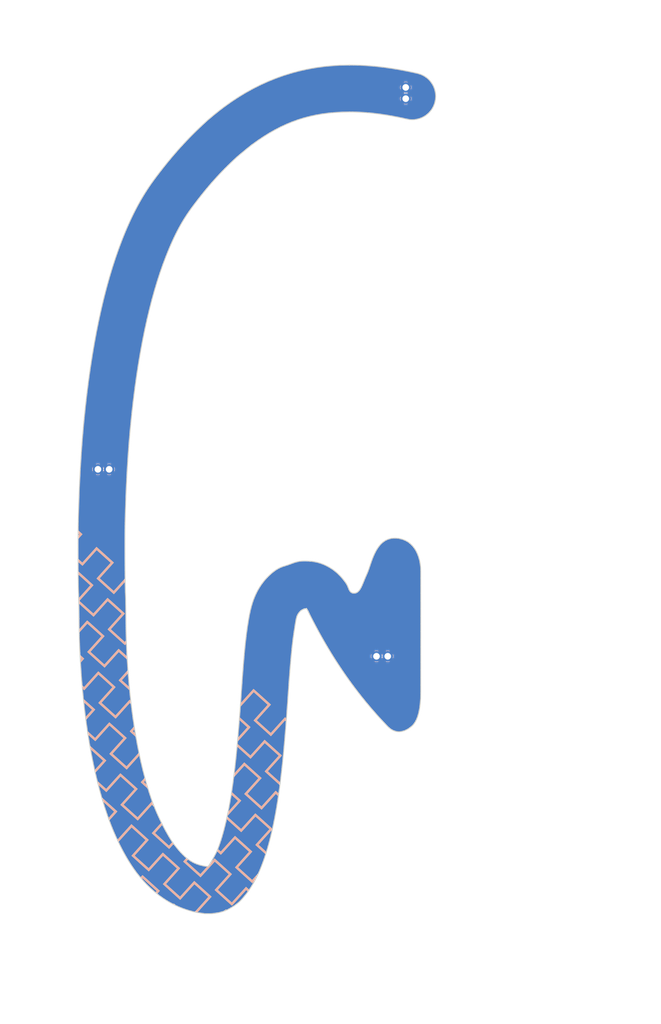
<source format=kicad_pcb>
(kicad_pcb (version 20211014) (generator pcbnew)
  (layers (0 "F.Cu" signal) (31 "B.Cu" signal) (34 "B.Paste" user) (35 "F.Paste" user) (36 "B.SilkS" user "B.Silkscreen") (37 "F.SilkS" user "F.Silkscreen") (38 "B.Mask" user) (39 "F.Mask" user) (44 "Edge.Cuts" user))
  (net 0 "")
  (net 1 "GND")
  (footprint "LOGO" (layer "F.Cu") (at 0 0)
    (fp_text reference "G***" hide)
    (fp_text value "LOGO" hide)
  )
  (footprint "LOGO" (layer "F.Cu") (at 0 0)
    (fp_text reference "G***" hide)
    (fp_text value "LOGO" hide)
  )
  (footprint "LOGO" (layer "F.Cu") (at 0 0)
    (fp_text reference "G***" hide)
    (fp_text value "LOGO" hide)
  )
  (footprint "LOGO" (layer "F.Cu") (at 0 0)
    (fp_text reference "G***" hide)
    (fp_text value "LOGO" hide)
  )
  (footprint "LOGO" (layer "F.Cu") (at 0 0)
    (fp_text reference "G***" hide)
    (fp_text value "LOGO" hide)
  )
  (footprint "Swadge_Parts:shields" (layer "F.Cu") (at 45.385419 0)
    (fp_text reference "Ref**" hide)
    (fp_text value "Val**" hide)
    (pad "1" thru_hole circle (at -28.58 -45.34) (size 1.2 1.2) (drill 0.75) (layers *.Cu *.Mask) (net 1 "GND"))
    (pad "2" thru_hole circle (at -28.58 -44.07) (size 1.2 1.2) (drill 0.75) (layers *.Cu *.Mask) (net 1 "GND"))
    (pad "3" thru_hole circle (at -63.33 -2.26) (size 1.2 1.2) (drill 0.75) (layers *.Cu *.Mask) (net 1 "GND"))
    (pad "4" thru_hole circle (at -62.06 -2.26) (size 1.2 1.2) (drill 0.75) (layers *.Cu *.Mask) (net 1 "GND"))
    (pad "5" thru_hole circle (at -31.88 18.83) (size 1.2 1.2) (drill 0.75) (layers *.Cu *.Mask) (net 1 "GND"))
    (pad "6" thru_hole circle (at -30.61 18.83) (size 1.2 1.2) (drill 0.75) (layers *.Cu *.Mask) (net 1 "GND"))
  )
  (footprint "LOGO" (layer "F.Cu") (at 0 0)
    (fp_text reference "G***" hide)
    (fp_text value "LOGO" hide)
  )
  (footprint "LOGO" (layer "F.Cu") (at 0 0)
    (fp_text reference "G***" hide)
    (fp_text value "LOGO" hide)
  )
  (gr_line (start 18.362767 7.971709) (end 18.278647 7.670263) (layer "Edge.Cuts") (width 0.1))
  (gr_line (start -20.055559 16.382664) (end -20.049359 16.644586) (layer "Edge.Cuts") (width 0.1))
  (gr_line (start 20.152848 -44.799783) (end 20.096178 -45.050555) (layer "Edge.Cuts") (width 0.1))
  (gr_line (start 5.137379 13.583204) (end 5.160559 13.570474) (layer "Edge.Cuts") (width 0.1))
  (gr_line (start -0.858247 14.233738) (end -0.917177 14.557806) (layer "Edge.Cuts") (width 0.1))
  (gr_line (start -11.716154 -34.779686) (end -11.984361 -34.401397) (layer "Edge.Cuts") (width 0.1))
  (gr_line (start -1.408437 45.901345) (end -1.317797 45.789975) (layer "Edge.Cuts") (width 0.1))
  (gr_line (start -18.595178 -15.051037) (end -18.813946 -13.635229) (layer "Edge.Cuts") (width 0.1))
  (gr_line (start 14.659529 -47.570833) (end 14.178226 -47.633523) (layer "Edge.Cuts") (width 0.1))
  (gr_line (start -14.770103 15.465647) (end -14.773803 15.174158) (layer "Edge.Cuts") (width 0.1))
  (gr_line (start 5.987284 8.102346) (end 5.757189 8.084096) (layer "Edge.Cuts") (width 0.1))
  (gr_line (start 5.987378 8.102346) (end 5.987284 8.102346) (layer "Edge.Cuts") (width 0.1))
  (gr_line (start 5.589389 13.436564) (end 5.587689 13.432564) (layer "Edge.Cuts") (width 0.1))
  (gr_line (start -16.644729 -23.931063) (end -16.968452 -22.772045) (layer "Edge.Cuts") (width 0.1))
  (gr_line (start 5.63742 13.495208) (end 5.66633 13.540838) (layer "Edge.Cuts") (width 0.1))
  (gr_line (start 17.109184 26.998781) (end 17.255252 26.899171) (layer "Edge.Cuts") (width 0.1))
  (gr_line (start -14.700543 17.910263) (end -14.711003 17.673719) (layer "Edge.Cuts") (width 0.1))
  (gr_line (start -14.858903 10.630411) (end -14.865203 10.174094) (layer "Edge.Cuts") (width 0.1))
  (gr_line (start -12.125814 -20.303546) (end -11.843248 -21.401013) (layer "Edge.Cuts") (width 0.1))
  (gr_line (start 5.026069 13.649784) (end 5.047529 13.636414) (layer "Edge.Cuts") (width 0.1))
  (gr_line (start 3.921849 18.348034) (end 3.962089 17.957413) (layer "Edge.Cuts") (width 0.1))
  (gr_line (start -14.880303 8.540198) (end -14.883703 7.943027) (layer "Edge.Cuts") (width 0.1))
  (gr_line (start -12.245678 -34.017743) (end -12.500506 -33.627988) (layer "Edge.Cuts") (width 0.1))
  (gr_line (start 3.999568 -41.454402) (end 4.662448 -41.692996) (layer "Edge.Cuts") (width 0.1))
  (gr_line (start -5.76008 47.866325) (end -5.72618 47.867085) (layer "Edge.Cuts") (width 0.1))
  (gr_line (start -19.540419 -7.596991) (end -19.540419 -7.59686) (layer "Edge.Cuts") (width 0.1))
  (gr_line (start 4.043649 17.234798) (end 4.085159 16.901716) (layer "Edge.Cuts") (width 0.1))
  (gr_line (start 5.90035 13.987498) (end 5.93121 14.050618) (layer "Edge.Cuts") (width 0.1))
  (gr_line (start 18.494647 8.851308) (end 18.469477 8.566515) (layer "Edge.Cuts") (width 0.1))
  (gr_line (start -13.230075 -32.414736) (end -13.462966 -31.993197) (layer "Edge.Cuts") (width 0.1))
  (gr_line (start 14.756753 26.733168) (end 14.948071 26.912578) (layer "Edge.Cuts") (width 0.1))
  (gr_line (start -13.088313 30.718835) (end -13.295082 29.767537) (layer "Edge.Cuts") (width 0.1))
  (gr_line (start -5.781114 -41.444255) (end -5.891641 -41.343153) (layer "Edge.Cuts") (width 0.1))
  (gr_line (start 10.910736 -47.863503) (end 10.457853 -47.867103) (layer "Edge.Cuts") (width 0.1))
  (gr_line (start -3.61273 -36.179361) (end -3.296672 -36.493994) (layer "Edge.Cuts") (width 0.1))
  (gr_line (start -0.104404 43.897474) (end 0.001188 43.686494) (layer "Edge.Cuts") (width 0.1))
  (gr_line (start -9.338834 40.058941) (end -9.468079 39.881791) (layer "Edge.Cuts") (width 0.1))
  (gr_line (start -5.544234 42.549311) (end -5.82088 42.507811) (layer "Edge.Cuts") (width 0.1))
  (gr_line (start -20.163599 10.65685) (end -20.154899 11.0967) (layer "Edge.Cuts") (width 0.1))
  (gr_line (start -4.63798 47.808145) (end -4.56204 47.796045) (layer "Edge.Cuts") (width 0.1))
  (gr_line (start 9.879018 10.327052) (end 9.797588 10.222799) (layer "Edge.Cuts") (width 0.1))
  (gr_line (start -1.953187 46.495444) (end -1.857487 46.402944) (layer "Edge.Cuts") (width 0.1))
  (gr_line (start 4.964979 13.688414) (end 4.984739 13.675884) (layer "Edge.Cuts") (width 0.1))
  (gr_line (start 0.104358 43.471304) (end 0.205215 43.251874) (layer "Edge.Cuts") (width 0.1))
  (gr_line (start 15.525192 27.253011) (end 15.716117 27.307741) (layer "Edge.Cuts") (width 0.1))
  (gr_line (start 18.398403 -46.851289) (end 18.137489 -46.925539) (layer "Edge.Cuts") (width 0.1))
  (gr_line (start -14.810103 12.519025) (end -14.814203 12.340364) (layer "Edge.Cuts") (width 0.1))
  (gr_line (start 10.402708 11.298032) (end 10.365048 11.210872) (layer "Edge.Cuts") (width 0.1))
  (gr_line (start -1.377988 -38.214608) (end -1.233579 -38.332968) (layer "Edge.Cuts") (width 0.1))
  (gr_line (start 6.475289 15.114465) (end 6.951517 16.004414) (layer "Edge.Cuts") (width 0.1))
  (gr_line (start -14.887249 5.577863) (end -14.885149 5.046116) (layer "Edge.Cuts") (width 0.1))
  (gr_line (start -6.276237 -40.98347) (end -6.651372 -40.625112) (layer "Edge.Cuts") (width 0.1))
  (gr_line (start 5.376519 13.485664) (end 5.395269 13.481764) (layer "Edge.Cuts") (width 0.1))
  (gr_line (start 10.02126 20.974212) (end 10.570819 21.744827) (layer "Edge.Cuts") (width 0.1))
  (gr_line (start 15.602155 5.495847) (end 15.205177 5.521517) (layer "Edge.Cuts") (width 0.1))
  (gr_line (start -3.541651 47.517345) (end -3.439264 47.473345) (layer "Edge.Cuts") (width 0.1))
  (gr_line (start -20.077449 0.673346) (end -20.104179 1.409578) (layer "Edge.Cuts") (width 0.1))
  (gr_line (start -5.398314 -34.238749) (end -5.107221 -34.576061) (layer "Edge.Cuts") (width 0.1))
  (gr_line (start 0.495015 42.567424) (end 0.65988 42.139434) (layer "Edge.Cuts") (width 0.1))
  (gr_line (start -3.64167 47.557145) (end -3.541651 47.517345) (layer "Edge.Cuts") (width 0.1))
  (gr_line (start -10.426778 38.273721) (end -10.602633 37.936881) (layer "Edge.Cuts") (width 0.1))
  (gr_line (start -19.540419 -7.597648) (end -19.540419 -7.597516) (layer "Edge.Cuts") (width 0.1))
  (gr_line (start -14.837203 11.584417) (end -14.837203 11.584286) (layer "Edge.Cuts") (width 0.1))
  (gr_line (start -14.865203 10.174094) (end -14.870903 9.666464) (layer "Edge.Cuts") (width 0.1))
  (gr_line (start -0.616703 -38.8277) (end -0.536233 -38.88872) (layer "Edge.Cuts") (width 0.1))
  (gr_line (start -1.353707 17.818121) (end -1.396817 18.258023) (layer "Edge.Cuts") (width 0.1))
  (gr_line (start 5.586692 13.429364) (end 5.586562 13.427264) (layer "Edge.Cuts") (width 0.1))
  (gr_line (start -19.711409 -5.64421) (end -19.763049 -4.974267) (layer "Edge.Cuts") (width 0.1))
  (gr_line (start 20.171558 -44.015048) (end 20.191558 -44.280433) (layer "Edge.Cuts") (width 0.1))
  (gr_line (start -0.386367 12.465838) (end -0.511591 12.832572) (layer "Edge.Cuts") (width 0.1))
  (gr_line (start -0.323297 44.307115) (end -0.212529 44.104335) (layer "Edge.Cuts") (width 0.1))
  (gr_line (start 9.486934 9.859056) (end 9.362598 9.726822) (layer "Edge.Cuts") (width 0.1))
  (gr_line (start 20.191558 -44.280433) (end 20.184958 -44.542544) (layer "Edge.Cuts") (width 0.1))
  (gr_line (start -9.425587 -37.678693) (end -9.758226 -37.284538) (layer "Edge.Cuts") (width 0.1))
  (gr_line (start 5.59307 13.431508) (end 5.59817 13.437608) (layer "Edge.Cuts") (width 0.1))
  (gr_line (start -14.780303 14.539045) (end -14.782103 14.332111) (layer "Edge.Cuts") (width 0.1))
  (gr_line (start 2.858847 8.729866) (end 2.744667 8.774196) (layer "Edge.Cuts") (width 0.1))
  (gr_line (start 18.502747 16.037364) (end 18.502747 15.172943) (layer "Edge.Cuts") (width 0.1))
  (gr_line (start 19.643872 -45.957034) (end 19.479383 -46.151517) (layer "Edge.Cuts") (width 0.1))
  (gr_line (start -19.786129 21.513324) (end -19.67767 22.764581) (layer "Edge.Cuts") (width 0.1))
  (gr_line (start -20.088059 13.97664) (end -20.085559 14.1807) (layer "Edge.Cuts") (width 0.1))
  (gr_line (start -5.82088 42.507811) (end -6.084648 42.458511) (layer "Edge.Cuts") (width 0.1))
  (gr_line (start -14.476589 -4.580799) (end -14.426829 -5.224066) (layer "Edge.Cuts") (width 0.1))
  (gr_line (start 1.930749 37.515904) (end 2.048583 36.91594) (layer "Edge.Cuts") (width 0.1))
  (gr_line (start 4.170069 16.289282) (end 4.213649 16.008842) (layer "Edge.Cuts") (width 0.1))
  (gr_line (start -20.118859 12.295645) (end -20.114959 12.452622) (layer "Edge.Cuts") (width 0.1))
  (gr_line (start 5.451509 13.472564) (end 5.470269 13.470164) (layer "Edge.Cuts") (width 0.1))
  (gr_line (start -18.021007 32.911101) (end -17.763194 33.902785) (layer "Edge.Cuts") (width 0.1))
  (gr_line (start 14.526841 5.755511) (end 14.239905 5.949699) (layer "Edge.Cuts") (width 0.1))
  (gr_line (start 5.160559 13.570474) (end 5.183919 13.558174) (layer "Edge.Cuts") (width 0.1))
  (gr_line (start -13.462966 -31.993197) (end -13.691376 -31.561869) (layer "Edge.Cuts") (width 0.1))
  (gr_line (start -3.296672 -36.493994) (end -2.971777 -36.81016) (layer "Edge.Cuts") (width 0.1))
  (gr_line (start 5.81264 13.805018) (end 5.83058 13.842398) (layer "Edge.Cuts") (width 0.1))
  (gr_line (start -10.928208 -24.446258) (end -10.601671 -25.378584) (layer "Edge.Cuts") (width 0.1))
  (gr_line (start 13.554562 6.756195) (end 13.375305 7.076108) (layer "Edge.Cuts") (width 0.1))
  (gr_line (start -0.920633 45.262025) (end -0.794999 45.078705) (layer "Edge.Cuts") (width 0.1))
  (gr_line (start 10.457851 -47.867103) (end 10.45785 -47.867103) (layer "Edge.Cuts") (width 0.1))
  (gr_line (start 19.689214 -42.789772) (end 19.830765 -43.006966) (layer "Edge.Cuts") (width 0.1))
  (gr_line (start 0.116494 11.357477) (end -0.07449 11.726334) (layer "Edge.Cuts") (width 0.1))
  (gr_line (start 1.404385 -40.186221) (end 2.048543 -40.551542) (layer "Edge.Cuts") (width 0.1))
  (gr_line (start -13.490335 28.784211) (end -13.673669 27.769883) (layer "Edge.Cuts") (width 0.1))
  (gr_line (start 5.594189 13.445564) (end 5.591589 13.441064) (layer "Edge.Cuts") (width 0.1))
  (gr_line (start -14.761403 16.006675) (end -14.766003 15.742473) (layer "Edge.Cuts") (width 0.1))
  (gr_line (start 3.011089 29.760266) (end 3.070269 29.12985) (layer "Edge.Cuts") (width 0.1))
  (gr_line (start -19.540419 -7.59896) (end -19.540419 -7.598829) (layer "Edge.Cuts") (width 0.1))
  (gr_line (start -20.081459 14.583315) (end -20.081459 14.583415) (layer "Edge.Cuts") (width 0.1))
  (gr_line (start -14.837203 11.585205) (end -14.837203 11.585074) (layer "Edge.Cuts") (width 0.1))
  (gr_line (start -5.60641 47.864785) (end -5.57525 47.863785) (layer "Edge.Cuts") (width 0.1))
  (gr_line (start 6.585899 8.177126) (end 6.456495 8.154666) (layer "Edge.Cuts") (width 0.1))
  (gr_line (start 0.819972 41.694374) (end 0.975307 41.232214) (layer "Edge.Cuts") (width 0.1))
  (gr_line (start -4.71021 47.818645) (end -4.63798 47.808145) (layer "Edge.Cuts") (width 0.1))
  (gr_line (start 3.307749 26.302463) (end 3.368659 25.504087) (layer "Edge.Cuts") (width 0.1))
  (gr_line (start -5.6949 47.867145) (end -5.6652 47.866655) (layer "Edge.Cuts") (width 0.1))
  (gr_line (start 18.502747 12.579673) (end 18.502747 11.71525) (layer "Edge.Cuts") (width 0.1))
  (gr_line (start -14.676623 18.40252) (end -14.689103 18.152518) (layer "Edge.Cuts") (width 0.1))
  (gr_line (start 6.715388 -42.230131) (end 7.42749 -42.351636) (layer "Edge.Cuts") (width 0.1))
  (gr_line (start 12.621047 9.037113) (end 12.522857 9.30489) (layer "Edge.Cuts") (width 0.1))
  (gr_line (start -2.264277 29.242744) (end -2.321407 29.824587) (layer "Edge.Cuts") (width 0.1))
  (gr_line (start -20.126659 12.018684) (end -20.122759 12.150555) (layer "Edge.Cuts") (width 0.1))
  (gr_line (start 5.347164 8.073496) (end 5.16434 8.079796) (layer "Edge.Cuts") (width 0.1))
  (gr_line (start -14.806103 12.704763) (end -14.810103 12.519025) (layer "Edge.Cuts") (width 0.1))
  (gr_line (start 17.998237 -41.732637) (end 18.249012 -41.789307) (layer "Edge.Cuts") (width 0.1))
  (gr_line (start 1.676477 9.452976) (end 1.508487 9.600393) (layer "Edge.Cuts") (width 0.1))
  (gr_line (start 4.421289 14.732153) (end 4.451189 14.591376) (layer "Edge.Cuts") (width 0.1))
  (gr_line (start -9.176978 -28.758507) (end -8.995146 -29.118417) (layer "Edge.Cuts") (width 0.1))
  (gr_line (start -20.134259 11.798872) (end -20.134259 11.799003) (layer "Edge.Cuts") (width 0.1))
  (gr_line (start 11.931177 10.70605) (end 11.858177 10.871585) (layer "Edge.Cuts") (width 0.1))
  (gr_line (start 18.425947 8.271888) (end 18.362767 7.971709) (layer "Edge.Cuts") (width 0.1))
  (gr_line (start 3.641689 21.680359) (end 3.682179 21.136435) (layer "Edge.Cuts") (width 0.1))
  (gr_line (start 1.412923 39.742834) (end 1.549384 39.211994) (layer "Edge.Cuts") (width 0.1))
  (gr_line (start 16.366306 5.607027) (end 16.001799 5.528507) (layer "Edge.Cuts") (width 0.1))
  (gr_line (start -19.206849 -10.69195) (end -19.381037 -9.164231) (layer "Edge.Cuts") (width 0.1))
  (gr_line (start -14.426829 -5.224066) (end -14.374629 -5.857263) (layer "Edge.Cuts") (width 0.1))
  (gr_line (start 2.258403 9.021956) (end 2.124411 9.108856) (layer "Edge.Cuts") (width 0.1))
  (gr_line (start 15.140418 27.057583) (end 15.333042 27.170341) (layer "Edge.Cuts") (width 0.1))
  (gr_line (start -2.053087 46.586345) (end -1.953187 46.495444) (layer "Edge.Cuts") (width 0.1))
  (gr_line (start 16.452523 27.290441) (end 16.626043 27.237861) (layer "Edge.Cuts") (width 0.1))
  (gr_line (start -4.758474 41.293851) (end -4.837644 41.440461) (layer "Edge.Cuts") (width 0.1))
  (gr_line (start 5.987565 8.102346) (end 5.987471 8.102346) (layer "Edge.Cuts") (width 0.1))
  (gr_line (start -4.223676 -35.548621) (end -3.921286 -35.864743) (layer "Edge.Cuts") (width 0.1))
  (gr_line (start -8.756572 -38.443404) (end -9.092018 -38.064628) (layer "Edge.Cuts") (width 0.1))
  (gr_line (start 6.057153 8.108446) (end 5.988783 8.102346) (layer "Edge.Cuts") (width 0.1))
  (gr_line (start -5.13144 47.856645) (end -5.07867 47.853645) (layer "Edge.Cuts") (width 0.1))
  (gr_line (start -14.837203 11.58468) (end -14.837203 11.584549) (layer "Edge.Cuts") (width 0.1))
  (gr_line (start -13.673669 27.769883) (end -13.844682 26.725579) (layer "Edge.Cuts") (width 0.1))
  (gr_line (start -2.158151 46.676245) (end -2.053087 46.586345) (layer "Edge.Cuts") (width 0.1))
  (gr_line (start -14.687509 -1.228645) (end -14.650499 -1.915736) (layer "Edge.Cuts") (width 0.1))
  (gr_line (start 8.603045 9.064365) (end 8.426364 8.944235) (layer "Edge.Cuts") (width 0.1))
  (gr_line (start 13.700655 -47.688723) (end 13.226766 -47.736383) (layer "Edge.Cuts") (width 0.1))
  (gr_line (start -19.540419 -7.597385) (end -19.540419 -7.597254) (layer "Edge.Cuts") (width 0.1))
  (gr_line (start -2.269335 46.765445) (end -2.158151 46.676245) (layer "Edge.Cuts") (width 0.1))
  (gr_line (start -1.264587 16.987585) (end -1.309687 17.394912) (layer "Edge.Cuts") (width 0.1))
  (gr_line (start -11.457788 36.099289) (end -11.613145 35.717615) (layer "Edge.Cuts") (width 0.1))
  (gr_line (start 17.392577 26.793192) (end 17.520409 26.683005) (layer "Edge.Cuts") (width 0.1))
  (gr_line (start 5.93121 14.050618) (end 5.96702 14.122998) (layer "Edge.Cuts") (width 0.1))
  (gr_line (start -4.815308 -34.905799) (end -4.521238 -35.229479) (layer "Edge.Cuts") (width 0.1))
  (gr_line (start 2.996506 -46.68114) (end 2.121321 -46.367902) (layer "Edge.Cuts") (width 0.1))
  (gr_line (start -14.837203 11.585074) (end -14.837203 11.584942) (layer "Edge.Cuts") (width 0.1))
  (gr_line (start 3.199794 8.615636) (end 3.085403 8.652056) (layer "Edge.Cuts") (width 0.1))
  (gr_line (start -2.620597 32.459746) (end -2.685047 32.954006) (layer "Edge.Cuts") (width 0.1))
  (gr_line (start 14.948071 26.912578) (end 15.140418 27.057583) (layer "Edge.Cuts") (width 0.1))
  (gr_line (start 4.482929 14.465064) (end 4.517689 14.350927) (layer "Edge.Cuts") (width 0.1))
  (gr_line (start -20.134259 11.799791) (end -20.134259 11.799921) (layer "Edge.Cuts") (width 0.1))
  (gr_line (start -2.035717 26.627718) (end -2.093407 27.33092) (layer "Edge.Cuts") (width 0.1))
  (gr_line (start 5.987471 8.102346) (end 5.987378 8.102346) (layer "Edge.Cuts") (width 0.1))
  (gr_line (start -13.789503 42.956625) (end -13.554258 43.274535) (layer "Edge.Cuts") (width 0.1))
  (gr_line (start -5.489434 42.501311) (end -5.497934 42.509311) (layer "Edge.Cuts") (width 0.1))
  (gr_line (start -2.437557 30.924016) (end -2.497127 31.447899) (layer "Edge.Cuts") (width 0.1))
  (gr_line (start -14.136366 -30.666892) (end -14.353748 -30.201768) (layer "Edge.Cuts") (width 0.1))
  (gr_line (start -13.136451 -15.504703) (end -12.90229 -16.765539) (layer "Edge.Cuts") (width 0.1))
  (gr_line (start -20.177699 9.641094) (end -20.171199 10.168813) (layer "Edge.Cuts") (width 0.1))
  (gr_line (start 8.955746 19.385238) (end 9.482993 20.187824) (layer "Edge.Cuts") (width 0.1))
  (gr_line (start 11.826671 -47.834663) (end 11.366992 -47.852713) (layer "Edge.Cuts") (width 0.1))
  (gr_line (start -14.832303 11.715369) (end -14.837203 11.586254) (layer "Edge.Cuts") (width 0.1))
  (gr_line (start 0.405918 -45.631188) (end -0.434908 -45.207682) (layer "Edge.Cuts") (width 0.1))
  (gr_line (start -0.212529 44.104335) (end -0.104404 43.897474) (layer "Edge.Cuts") (width 0.1))
  (gr_line (start 17.255252 26.899171) (end 17.392577 26.793192) (layer "Edge.Cuts") (width 0.1))
  (gr_line (start -4.42169 47.771645) (end -4.34669 47.757345) (layer "Edge.Cuts") (width 0.1))
  (gr_line (start 2.744667 8.774196) (end 2.62854 8.824096) (layer "Edge.Cuts") (width 0.1))
  (gr_line (start 9.362598 9.726822) (end 9.228536 9.592098) (layer "Edge.Cuts") (width 0.1))
  (gr_line (start 2.891079 30.950515) (end 2.951449 30.366148) (layer "Edge.Cuts") (width 0.1))
  (gr_line (start 5.334773 -41.901414) (end 6.018451 -42.080258) (layer "Edge.Cuts") (width 0.1))
  (gr_line (start -5.83989 47.861325) (end -5.79764 47.864325) (layer "Edge.Cuts") (width 0.1))
  (gr_line (start -2.260717 -37.479032) (end -2.206037 -37.525752) (layer "Edge.Cuts") (width 0.1))
  (gr_line (start -11.12675 36.855562) (end -11.29514 36.479392) (layer "Edge.Cuts") (width 0.1))
  (gr_line (start -4.521238 -35.229479) (end -4.223676 -35.548621) (layer "Edge.Cuts") (width 0.1))
  (gr_line (start 18.878508 -46.632296) (end 18.645742 -46.753009) (layer "Edge.Cuts") (width 0.1))
  (gr_line (start 13.215995 7.409781) (end 13.073844 7.750143) (layer "Edge.Cuts") (width 0.1))
  (gr_line (start -12.749246 -33.231393) (end -12.992302 -32.827222) (layer "Edge.Cuts") (width 0.1))
  (gr_line (start 19.296328 -46.329954) (end 19.095703 -46.490745) (layer "Edge.Cuts") (width 0.1))
  (gr_line (start 12.756507 -47.776553) (end 12.289826 -47.809293) (layer "Edge.Cuts") (width 0.1))
  (gr_line (start 19.913153 -45.52631) (end 19.788795 -45.748099) (layer "Edge.Cuts") (width 0.1))
  (gr_line (start -2.685047 32.954006) (end -2.772767 33.586386) (layer "Edge.Cuts") (width 0.1))
  (gr_line (start 7.559434 -47.698618) (end 6.620901 -47.568577) (layer "Edge.Cuts") (width 0.1))
  (gr_line (start -19.956449 18.944239) (end -19.879089 20.239661) (layer "Edge.Cuts") (width 0.1))
  (gr_line (start -2.772767 33.586386) (end -2.864907 34.200306) (layer "Edge.Cuts") (width 0.1))
  (gr_line (start 10.442818 11.379852) (end 10.402708 11.298032) (layer "Edge.Cuts") (width 0.1))
  (gr_line (start 10.46568 -42.566006) (end 10.83113 -42.563606) (layer "Edge.Cuts") (width 0.1))
  (gr_line (start -19.763049 -4.974267) (end -19.811979 -4.295431) (layer "Edge.Cuts") (width 0.1))
  (gr_line (start -12.500506 -33.627988) (end -12.749246 -33.231393) (layer "Edge.Cuts") (width 0.1))
  (gr_line (start 17.854337 26.27349) (end 17.950287 26.104629) (layer "Edge.Cuts") (width 0.1))
  (gr_line (start -19.540419 -7.598829) (end -19.540419 -7.598697) (layer "Edge.Cuts") (width 0.1))
  (gr_line (start 18.038547 25.920142) (end 18.119127 25.720363) (layer "Edge.Cuts") (width 0.1))
  (gr_line (start 12.829862 8.422662) (end 12.722454 8.74068) (layer "Edge.Cuts") (width 0.1))
  (gr_line (start -2.893535 -43.716376) (end -3.692808 -43.145626) (layer "Edge.Cuts") (width 0.1))
  (gr_line (start 9.948718 10.419802) (end 9.879018 10.327052) (layer "Edge.Cuts") (width 0.1))
  (gr_line (start -16.903924 36.698194) (end -16.73515 37.171225) (layer "Edge.Cuts") (width 0.1))
  (gr_line (start -5.5042 47.861945) (end -5.46224 47.861505) (layer "Edge.Cuts") (width 0.1))
  (gr_line (start 10.457849 -47.867103) (end 10.457849 -47.867103) (layer "Edge.Cuts") (width 0.1))
  (gr_line (start -0.969347 14.867471) (end -1.016927 15.160777) (layer "Edge.Cuts") (width 0.1))
  (gr_line (start 4.778619 13.882694) (end 4.856569 13.793504) (layer "Edge.Cuts") (width 0.1))
  (gr_line (start 10.457849 -47.867103) (end 10.457849 -47.867103) (layer "Edge.Cuts") (width 0.1))
  (gr_line (start 2.473889 34.342301) (end 2.568789 33.655311) (layer "Edge.Cuts") (width 0.1))
  (gr_line (start -2.290127 -37.453162) (end -2.260717 -37.479032) (layer "Edge.Cuts") (width 0.1))
  (gr_line (start 18.502747 18.630634) (end 18.502747 17.766211) (layer "Edge.Cuts") (width 0.1))
  (gr_line (start -14.711003 17.673719) (end -14.720503 17.440848) (layer "Edge.Cuts") (width 0.1))
  (gr_line (start -15.198566 -28.206488) (end -15.582851 -27.191481) (layer "Edge.Cuts") (width 0.1))
  (gr_line (start -5.278754 42.202111) (end -5.332824 42.289711) (layer "Edge.Cuts") (width 0.1))
  (gr_line (start -20.134259 11.797953) (end -20.134259 11.798085) (layer "Edge.Cuts") (width 0.1))
  (gr_line (start -1.765027 46.308445) (end -1.674857 46.211544) (layer "Edge.Cuts") (width 0.1))
  (gr_line (start -5.37228 47.861215) (end -5.3264 47.860955) (layer "Edge.Cuts") (width 0.1))
  (gr_line (start -20.182999 9.082197) (end -20.177699 9.641094) (layer "Edge.Cuts") (width 0.1))
  (gr_line (start -20.134259 11.798347) (end -20.134259 11.798478) (layer "Edge.Cuts") (width 0.1))
  (gr_line (start -19.540419 -7.597516) (end -19.540419 -7.597385) (layer "Edge.Cuts") (width 0.1))
  (gr_line (start 15.205177 5.521517) (end 14.847668 5.610427) (layer "Edge.Cuts") (width 0.1))
  (gr_line (start -10.628225 46.095235) (end -10.165141 46.395855) (layer "Edge.Cuts") (width 0.1))
  (gr_line (start 16.126348 -47.338413) (end 15.633538 -47.423263) (layer "Edge.Cuts") (width 0.1))
  (gr_line (start -20.078259 14.920301) (end -20.074659 15.239076) (layer "Edge.Cuts") (width 0.1))
  (gr_line (start -19.942389 -2.209384) (end -19.980349 -1.498795) (layer "Edge.Cuts") (width 0.1))
  (gr_line (start 17.498773 6.293951) (end 17.261908 6.074858) (layer "Edge.Cuts") (width 0.1))
  (gr_line (start -5.466434 42.478311) (end -5.473634 42.485311) (layer "Edge.Cuts") (width 0.1))
  (gr_line (start -2.207417 28.635284) (end -2.264277 29.242744) (layer "Edge.Cuts") (width 0.1))
  (gr_line (start -3.227713 47.371645) (end -3.118714 47.313445) (layer "Edge.Cuts") (width 0.1))
  (gr_line (start 18.502747 9.986406) (end 18.502747 9.121983) (layer "Edge.Cuts") (width 0.1))
  (gr_line (start 0.855613 10.27796) (end 0.57938 10.631334) (layer "Edge.Cuts") (width 0.1))
  (gr_line (start -4.540814 40.862341) (end -4.608574 41.002691) (layer "Edge.Cuts") (width 0.1))
  (gr_line (start -14.766003 15.742473) (end -14.770103 15.465647) (layer "Edge.Cuts") (width 0.1))
  (gr_line (start 1.1259 40.752914) (end 1.271767 40.256464) (layer "Edge.Cuts") (width 0.1))
  (gr_line (start -7.267416 42.039911) (end -7.488177 41.910551) (layer "Edge.Cuts") (width 0.1))
  (gr_line (start -14.837203 11.58586) (end -14.837203 11.585729) (layer "Edge.Cuts") (width 0.1))
  (gr_line (start 2.386417 8.946506) (end 2.258403 9.021956) (layer "Edge.Cuts") (width 0.1))
  (gr_line (start 18.502747 22.088325) (end 18.502747 21.223902) (layer "Edge.Cuts") (width 0.1))
  (gr_line (start 9.673852 -42.551956) (end 10.46568 -42.566006) (layer "Edge.Cuts") (width 0.1))
  (gr_line (start -10.602633 37.936881) (end -10.778947 37.586661) (layer "Edge.Cuts") (width 0.1))
  (gr_line (start -20.017059 17.64979) (end -20.006899 17.899372) (layer "Edge.Cuts") (width 0.1))
  (gr_line (start -20.189239 5.550348) (end -20.191339 6.117713) (layer "Edge.Cuts") (width 0.1))
  (gr_line (start -5.3264 47.860955) (end -5.27961 47.860475) (layer "Edge.Cuts") (width 0.1))
  (gr_line (start -16.305905 -25.053893) (end -16.644729 -23.931063) (layer "Edge.Cuts") (width 0.1))
  (gr_line (start 2.829709 31.516387) (end 2.891079 30.950515) (layer "Edge.Cuts") (width 0.1))
  (gr_line (start -14.729203 17.209613) (end -14.737003 16.977978) (layer "Edge.Cuts") (width 0.1))
  (gr_line (start 12.722454 8.74068) (end 12.621047 9.037113) (layer "Edge.Cuts") (width 0.1))
  (gr_line (start 10.83113 -42.563606) (end 11.201583 -42.555106) (layer "Edge.Cuts") (width 0.1))
  (gr_line (start 12.425087 9.536944) (end 12.330267 9.746918) (layer "Edge.Cuts") (width 0.1))
  (gr_line (start -1.977207 25.886306) (end -2.035717 26.627718) (layer "Edge.Cuts") (width 0.1))
  (gr_line (start -0.436818 44.505874) (end -0.323297 44.307115) (layer "Edge.Cuts") (width 0.1))
  (gr_line (start -10.601671 -25.378584) (end -10.264834 -26.269348) (layer "Edge.Cuts") (width 0.1))
  (gr_line (start -20.122759 12.150555) (end -20.118859 12.295645) (layer "Edge.Cuts") (width 0.1))
  (gr_line (start -20.074659 15.239076) (end -20.070659 15.542919) (layer "Edge.Cuts") (width 0.1))
  (gr_line (start -1.069987 15.500867) (end -1.121107 15.852781) (layer "Edge.Cuts") (width 0.1))
  (gr_line (start 18.491723 -41.869537) (end 18.724772 -41.972329) (layer "Edge.Cuts") (width 0.1))
  (gr_line (start -5.525134 42.533311) (end -5.534634 42.541311) (layer "Edge.Cuts") (width 0.1))
  (gr_line (start 13.375305 7.076108) (end 13.215995 7.409781) (layer "Edge.Cuts") (width 0.1))
  (gr_line (start 15.623719 -42.041456) (end 16.058828 -41.955036) (layer "Edge.Cuts") (width 0.1))
  (gr_line (start 2.270413 35.66393) (end 2.374439 35.01183) (layer "Edge.Cuts") (width 0.1))
  (gr_line (start 7.391412 8.409946) (end 7.21044 8.343656) (layer "Edge.Cuts") (width 0.1))
  (gr_line (start 18.502747 9.121983) (end 18.494647 8.851308) (layer "Edge.Cuts") (width 0.1))
  (gr_line (start 3.188309 27.783341) (end 3.247719 27.061207) (layer "Edge.Cuts") (width 0.1))
  (gr_line (start -5.515834 42.525311) (end -5.525134 42.533311) (layer "Edge.Cuts") (width 0.1))
  (gr_line (start 3.129249 28.471882) (end 3.188309 27.783341) (layer "Edge.Cuts") (width 0.1))
  (gr_line (start -1.218237 16.595329) (end -1.264587 16.987585) (layer "Edge.Cuts") (width 0.1))
  (gr_line (start -9.692398 46.670075) (end -9.210532 46.917615) (layer "Edge.Cuts") (width 0.1))
  (gr_line (start -4.427054 40.602631) (end -4.479814 40.728291) (layer "Edge.Cuts") (width 0.1))
  (gr_line (start -5.983386 -33.53533) (end -5.689923 -33.892345) (layer "Edge.Cuts") (width 0.1))
  (gr_line (start 5.507829 13.465864) (end 5.526639 13.463864) (layer "Edge.Cuts") (width 0.1))
  (gr_line (start 7.933223 17.729771) (end 8.439246 18.566029) (layer "Edge.Cuts") (width 0.1))
  (gr_line (start -4.104707 -42.833244) (end -4.249258 -42.720788) (layer "Edge.Cuts") (width 0.1))
  (gr_line (start -10.778947 37.586661) (end -10.954169 37.225441) (layer "Edge.Cuts") (width 0.1))
  (gr_line (start -9.758944 39.440161) (end -9.917465 39.180411) (layer "Edge.Cuts") (width 0.1))
  (gr_line (start -13.17382 43.752325) (end -12.779965 44.205625) (layer "Edge.Cuts") (width 0.1))
  (gr_line (start 4.687242 8.137226) (end 4.547175 8.166946) (layer "Edge.Cuts") (width 0.1))
  (gr_line (start -1.016927 15.160777) (end -1.069987 15.500867) (layer "Edge.Cuts") (width 0.1))
  (gr_line (start -9.468079 39.881791) (end -9.608632 39.674741) (layer "Edge.Cuts") (width 0.1))
  (gr_line (start 6.232413 8.125046) (end 6.138493 8.115646) (layer "Edge.Cuts") (width 0.1))
  (gr_line (start -20.145099 11.479859) (end -20.134259 11.797822) (layer "Edge.Cuts") (width 0.1))
  (gr_line (start -19.260328 26.377465) (end -19.0909 27.532643) (layer "Edge.Cuts") (width 0.1))
  (gr_line (start -10.252932 38.594831) (end -10.426778 38.273721) (layer "Edge.Cuts") (width 0.1))
  (gr_line (start 8.426364 8.944235) (end 8.20329 8.80667) (layer "Edge.Cuts") (width 0.1))
  (gr_line (start -17.763194 33.902785) (end -17.491007 34.864959) (layer "Edge.Cuts") (width 0.1))
  (gr_line (start 16.955126 27.089871) (end 17.109184 26.998781) (layer "Edge.Cuts") (width 0.1))
  (gr_line (start 5.564349 13.460064) (end 5.583249 13.458064) (layer "Edge.Cuts") (width 0.1))
  (gr_line (start 14.770582 -42.193886) (end 15.194324 -42.121056) (layer "Edge.Cuts") (width 0.1))
  (gr_line (start -3.27082 36.46231) (end -3.379922 36.977121) (layer "Edge.Cuts") (width 0.1))
  (gr_line (start 0.001188 43.686494) (end 0.104358 43.471304) (layer "Edge.Cuts") (width 0.1))
  (gr_line (start -12.992302 -32.827222) (end -13.230075 -32.414736) (layer "Edge.Cuts") (width 0.1))
  (gr_line (start -5.891641 -41.343153) (end -6.276237 -40.98347) (layer "Edge.Cuts") (width 0.1))
  (gr_line (start -20.191699 7.303488) (end -20.189999 7.90489) (layer "Edge.Cuts") (width 0.1))
  (gr_line (start -14.780296 -29.23256) (end -14.990264 -28.727001) (layer "Edge.Cuts") (width 0.1))
  (gr_line (start 10.250978 10.928792) (end 10.207348 10.831692) (layer "Edge.Cuts") (width 0.1))
  (gr_line (start -5.406375 -41.773915) (end -5.53758 -41.660349) (layer "Edge.Cuts") (width 0.1))
  (gr_line (start -3.954029 39.224331) (end -4.072169 39.605221) (layer "Edge.Cuts") (width 0.1))
  (gr_line (start -20.187099 8.500628) (end -20.182999 9.082197) (layer "Edge.Cuts") (width 0.1))
  (gr_line (start 11.269112 11.643802) (end 11.159789 11.684942) (layer "Edge.Cuts") (width 0.1))
  (gr_line (start 0.113903 -39.355412) (end 0.76014 -39.787711) (layer "Edge.Cuts") (width 0.1))
  (gr_line (start 5.60497 13.446708) (end 5.61367 13.459088) (layer "Edge.Cuts") (width 0.1))
  (gr_line (start -3.73924 47.593045) (end -3.64167 47.557145) (layer "Edge.Cuts") (width 0.1))
  (gr_line (start -5.377394 42.360511) (end -5.410994 42.412411) (layer "Edge.Cuts") (width 0.1))
  (gr_line (start 5.98794 8.102346) (end 5.987846 8.102346) (layer "Edge.Cuts") (width 0.1))
  (gr_line (start -0.536233 -38.88872) (end 0.113903 -39.355412) (layer "Edge.Cuts") (width 0.1))
  (gr_line (start 5.339009 13.494964) (end 5.357769 13.490064) (layer "Edge.Cuts") (width 0.1))
  (gr_line (start -20.081459 14.584115) (end -20.081459 14.584215) (layer "Edge.Cuts") (width 0.1))
  (gr_line (start -6.07655 47.837325) (end -6.00517 47.845325) (layer "Edge.Cuts") (width 0.1))
  (gr_line (start -4.837644 41.440461) (end -4.917664 41.584951) (layer "Edge.Cuts") (width 0.1))
  (gr_line (start -14.887703 6.734275) (end -14.888073 6.14416) (layer "Edge.Cuts") (width 0.1))
  (gr_line (start -2.513905 46.943945) (end -2.3876 46.854545) (layer "Edge.Cuts") (width 0.1))
  (gr_line (start 5.58747 13.426708) (end 5.58957 13.428008) (layer "Edge.Cuts") (width 0.1))
  (gr_line (start -19.0909 27.532643) (end -18.906486 28.662187) (layer "Edge.Cuts") (width 0.1))
  (gr_line (start -20.107459 12.796914) (end -20.103859 12.981566) (layer "Edge.Cuts") (width 0.1))
  (gr_line (start 5.83058 13.842398) (end 5.85072 13.884518) (layer "Edge.Cuts") (width 0.1))
  (gr_line (start -2.08433 -44.250291) (end -2.893535 -43.716376) (layer "Edge.Cuts") (width 0.1))
  (gr_line (start 13.984073 6.185921) (end 13.756555 6.45711) (layer "Edge.Cuts") (width 0.1))
  (gr_line (start 16.946421 -41.761497) (end 17.213489 -41.713937) (layer "Edge.Cuts") (width 0.1))
  (gr_line (start -4.839681 -42.248338) (end -4.985833 -42.128135) (layer "Edge.Cuts") (width 0.1))
  (gr_line (start -14.876003 9.118255) (end -14.880303 8.540198) (layer "Edge.Cuts") (width 0.1))
  (gr_line (start 4.601059 14.150014) (end 4.652059 14.058654) (layer "Edge.Cuts") (width 0.1))
  (gr_line (start 18.469477 8.566515) (end 18.425947 8.271888) (layer "Edge.Cuts") (width 0.1))
  (gr_line (start -0.553202 44.700695) (end -0.436818 44.505874) (layer "Edge.Cuts") (width 0.1))
  (gr_line (start -6.580075 42.330311) (end -6.814997 42.248211) (layer "Edge.Cuts") (width 0.1))
  (gr_line (start -19.381037 -9.164231) (end -19.540419 -7.59896) (layer "Edge.Cuts") (width 0.1))
  (gr_line (start 5.78064 13.739948) (end 5.79622 13.771248) (layer "Edge.Cuts") (width 0.1))
  (gr_line (start -20.134259 11.799659) (end -20.134259 11.799791) (layer "Edge.Cuts") (width 0.1))
  (gr_line (start 6.00845 14.205768) (end 6.475289 15.114465) (layer "Edge.Cuts") (width 0.1))
  (gr_line (start -14.711352 41.528245) (end -14.484599 41.907065) (layer "Edge.Cuts") (width 0.1))
  (gr_line (start -2.321407 29.824587) (end -2.379077 30.383961) (layer "Edge.Cuts") (width 0.1))
  (gr_line (start -4.90695 47.841645) (end -4.84446 47.835645) (layer "Edge.Cuts") (width 0.1))
  (gr_line (start 5.988314 8.102346) (end 5.988221 8.102346) (layer "Edge.Cuts") (width 0.1))
  (gr_line (start -3.82558 -43.046376) (end -3.96318 -42.942011) (layer "Edge.Cuts") (width 0.1))
  (gr_line (start -2.558047 31.95876) (end -2.620597 32.459746) (layer "Edge.Cuts") (width 0.1))
  (gr_line (start 3.881839 18.758923) (end 3.921849 18.348034) (layer "Edge.Cuts") (width 0.1))
  (gr_line (start -6.280037 -33.166187) (end -5.983386 -33.53533) (layer "Edge.Cuts") (width 0.1))
  (gr_line (start -14.886203 7.337475) (end -14.887703 6.734275) (layer "Edge.Cuts") (width 0.1))
  (gr_line (start -20.174839 4.0524) (end -20.181039 4.509187) (layer "Edge.Cuts") (width 0.1))
  (gr_line (start 5.526639 13.463864) (end 5.545479 13.461964) (layer "Edge.Cuts") (width 0.1))
  (gr_line (start 1.271767 40.256464) (end 1.412923 39.742834) (layer "Edge.Cuts") (width 0.1))
  (gr_line (start -14.568257 -29.723903) (end -14.780296 -29.23256) (layer "Edge.Cuts") (width 0.1))
  (gr_line (start -14.744103 16.743902) (end -14.750503 16.505352) (layer "Edge.Cuts") (width 0.1))
  (gr_line (start -14.802303 12.896634) (end -14.806103 12.704763) (layer "Edge.Cuts") (width 0.1))
  (gr_line (start 17.478879 -41.693927) (end 17.740994 -41.700527) (layer "Edge.Cuts") (width 0.1))
  (gr_line (start 20.184958 -44.542544) (end 20.152848 -44.799783) (layer "Edge.Cuts") (width 0.1))
  (gr_line (start -5.41748 47.861355) (end -5.37228 47.861215) (layer "Edge.Cuts") (width 0.1))
  (gr_line (start -16.375915 38.104035) (end -16.186293 38.562035) (layer "Edge.Cuts") (width 0.1))
  (gr_line (start -8.602745 40.947471) (end -8.839232 40.680381) (layer "Edge.Cuts") (width 0.1))
  (gr_line (start -12.37323 44.634165) (end -11.954152 45.037665) (layer "Edge.Cuts") (width 0.1))
  (gr_line (start 8.439246 18.566029) (end 8.955746 19.385238) (layer "Edge.Cuts") (width 0.1))
  (gr_line (start -10.090883 -36.881103) (end -10.424507 -36.467327) (layer "Edge.Cuts") (width 0.1))
  (gr_line (start 5.988689 8.102346) (end 5.988596 8.102346) (layer "Edge.Cuts") (width 0.1))
  (gr_line (start 10.290758 11.025112) (end 10.250978 10.928792) (layer "Edge.Cuts") (width 0.1))
  (gr_line (start -0.619227 13.194685) (end -0.711437 13.550222) (layer "Edge.Cuts") (width 0.1))
  (gr_line (start 1.549384 39.211994) (end 1.681165 38.663904) (layer "Edge.Cuts") (width 0.1))
  (gr_line (start -3.836538 38.819981) (end -3.954029 39.224331) (layer "Edge.Cuts") (width 0.1))
  (gr_line (start 20.096178 -45.050555) (end 20.015948 -45.293263) (layer "Edge.Cuts") (width 0.1))
  (gr_line (start 13.073844 7.750143) (end 12.946063 8.090126) (layer "Edge.Cuts") (width 0.1))
  (gr_line (start -18.813946 -13.635229) (end -19.017827 -12.182242) (layer "Edge.Cuts") (width 0.1))
  (gr_line (start -5.473634 42.485311) (end -5.481334 42.493311) (layer "Edge.Cuts") (width 0.1))
  (gr_line (start 19.479383 -46.151517) (end 19.296328 -46.329954) (layer "Edge.Cuts") (width 0.1))
  (gr_line (start 9.085149 9.456688) (end 8.932838 9.322395) (layer "Edge.Cuts") (width 0.1))
  (gr_line (start -20.081459 14.584815) (end -20.078259 14.920301) (layer "Edge.Cuts") (width 0.1))
  (gr_line (start 4.414177 8.200836) (end 4.286801 8.238236) (layer "Edge.Cuts") (width 0.1))
  (gr_line (start -20.149089 2.898028) (end -20.167239 3.649482) (layer "Edge.Cuts") (width 0.1))
  (gr_line (start -20.134259 11.798216) (end -20.134259 11.798347) (layer "Edge.Cuts") (width 0.1))
  (gr_line (start -11.75966 35.336728) (end -11.895784 34.958989) (layer "Edge.Cuts") (width 0.1))
  (gr_line (start -13.691376 -31.561869) (end -13.915709 -31.120013) (layer "Edge.Cuts") (width 0.1))
  (gr_line (start 3.316273 8.578906) (end 3.199794 8.615636) (layer "Edge.Cuts") (width 0.1))
  (gr_line (start -1.563597 20.200793) (end -1.604737 20.736334) (layer "Edge.Cuts") (width 0.1))
  (gr_line (start -14.568639 -3.265797) (end -14.523869 -3.927898) (layer "Edge.Cuts") (width 0.1))
  (gr_line (start 19.349984 -42.406093) (end 19.528421 -42.589148) (layer "Edge.Cuts") (width 0.1))
  (gr_line (start -20.111159 12.620155) (end -20.107459 12.796914) (layer "Edge.Cuts") (width 0.1))
  (gr_line (start 19.528421 -42.589148) (end 19.689214 -42.789772) (layer "Edge.Cuts") (width 0.1))
  (gr_line (start 5.544298 8.074696) (end 5.347164 8.073496) (layer "Edge.Cuts") (width 0.1))
  (gr_line (start -14.885149 5.046116) (end -14.881649 4.559653) (layer "Edge.Cuts") (width 0.1))
  (gr_line (start -14.650499 -1.915736) (end -14.610859 -2.594931) (layer "Edge.Cuts") (width 0.1))
  (gr_line (start -20.015519 -0.781222) (end -20.047889 -0.057048) (layer "Edge.Cuts") (width 0.1))
  (gr_line (start -11.244168 -23.47248) (end -10.928208 -24.446258) (layer "Edge.Cuts") (width 0.1))
  (gr_line (start -11.984361 -34.401397) (end -12.245678 -34.017743) (layer "Edge.Cuts") (width 0.1))
  (gr_line (start -17.491007 34.864959) (end -17.20455 35.796977) (layer "Edge.Cuts") (width 0.1))
  (gr_line (start 5.987753 8.102346) (end 5.987659 8.102346) (layer "Edge.Cuts") (width 0.1))
  (gr_line (start 19.155499 -42.241606) (end 19.349984 -42.406093) (layer "Edge.Cuts") (width 0.1))
  (gr_line (start -3.921286 -35.864743) (end -3.61273 -36.179361) (layer "Edge.Cuts") (width 0.1))
  (gr_line (start 18.172296 7.371833) (end 18.042424 7.080703) (layer "Edge.Cuts") (width 0.1))
  (gr_line (start 3.682179 21.136435) (end 3.722359 20.616044) (layer "Edge.Cuts") (width 0.1))
  (gr_line (start 10.457852 -47.867103) (end 10.457851 -47.867103) (layer "Edge.Cuts") (width 0.1))
  (gr_line (start 18.314817 25.032592) (end 18.364687 24.774964) (layer "Edge.Cuts") (width 0.1))
  (gr_line (start 0.205215 43.251874) (end 0.303875 43.028114) (layer "Edge.Cuts") (width 0.1))
  (gr_line (start -18.906486 28.662187) (end -18.707187 29.765451) (layer "Edge.Cuts") (width 0.1))
  (gr_line (start 16.091281 27.342002) (end 16.274018 27.325871) (layer "Edge.Cuts") (width 0.1))
  (gr_line (start 5.586562 13.427264) (end 5.58747 13.426708) (layer "Edge.Cuts") (width 0.1))
  (gr_line (start 19.095703 -46.490745) (end 18.878508 -46.632296) (layer "Edge.Cuts") (width 0.1))
  (gr_line (start 18.502747 11.71525) (end 18.502747 10.850829) (layer "Edge.Cuts") (width 0.1))
  (gr_line (start 3.923927 8.364746) (end 3.80456 8.409456) (layer "Edge.Cuts") (width 0.1))
  (gr_line (start 4.652059 14.058654) (end 4.710849 13.970314) (layer "Edge.Cuts") (width 0.1))
  (gr_line (start -14.852103 11.024682) (end -14.858903 10.630411) (layer "Edge.Cuts") (width 0.1))
  (gr_line (start -0.794999 45.078705) (end -0.672559 44.891615) (layer "Edge.Cuts") (width 0.1))
  (gr_line (start 18.502747 10.850829) (end 18.502747 9.986406) (layer "Edge.Cuts") (width 0.1))
  (gr_line (start 4.945889 13.700454) (end 4.964979 13.688414) (layer "Edge.Cuts") (width 0.1))
  (gr_line (start 12.289826 -47.809293) (end 11.826671 -47.834663) (layer "Edge.Cuts") (width 0.1))
  (gr_line (start -5.1296 -42.008521) (end -5.270082 -41.89021) (layer "Edge.Cuts") (width 0.1))
  (gr_line (start 18.724772 -41.972329) (end 18.946563 -42.096685) (layer "Edge.Cuts") (width 0.1))
  (gr_line (start -6.00517 47.845325) (end -5.94262 47.852325) (layer "Edge.Cuts") (width 0.1))
  (gr_line (start -15.990559 39.013245) (end -15.789136 39.456785) (layer "Edge.Cuts") (width 0.1))
  (gr_line (start -19.540419 -7.598041) (end -19.540419 -7.59791) (layer "Edge.Cuts") (width 0.1))
  (gr_line (start -0.07449 11.726334) (end -0.241388 12.09644) (layer "Edge.Cuts") (width 0.1))
  (gr_line (start 20.124008 -43.747986) (end 20.171558 -44.015048) (layer "Edge.Cuts") (width 0.1))
  (gr_line (start 12.734615 -42.458746) (end 13.130973 -42.418816) (layer "Edge.Cuts") (width 0.1))
  (gr_line (start -20.134259 11.797822) (end -20.134259 11.797953) (layer "Edge.Cuts") (width 0.1))
  (gr_line (start 11.201583 -42.555106) (end 11.577099 -42.540406) (layer "Edge.Cuts") (width 0.1))
  (gr_line (start -6.683142 47.745525) (end -6.15781 47.827225) (layer "Edge.Cuts") (width 0.1))
  (gr_line (start 6.726375 8.206156) (end 6.585899 8.177126) (layer "Edge.Cuts") (width 0.1))
  (gr_line (start -4.479814 40.728291) (end -4.540814 40.862341) (layer "Edge.Cuts") (width 0.1))
  (gr_line (start 6.620901 -47.568577) (end 5.695645 -47.401677) (layer "Edge.Cuts") (width 0.1))
  (gr_line (start 7.581562 8.488296) (end 7.391412 8.409946) (layer "Edge.Cuts") (width 0.1))
  (gr_line (start 2.951449 30.366148) (end 3.011089 29.760266) (layer "Edge.Cuts") (width 0.1))
  (gr_line (start -19.983729 18.408937) (end -19.970629 18.672481) (layer "Edge.Cuts") (width 0.1))
  (gr_line (start -20.134259 11.799134) (end -20.134259 11.799266) (layer "Edge.Cuts") (width 0.1))
  (gr_line (start -14.689103 18.152518) (end -14.700543 17.910263) (layer "Edge.Cuts") (width 0.1))
  (gr_line (start 0.303875 43.028114) (end 0.400435 42.799994) (layer "Edge.Cuts") (width 0.1))
  (gr_line (start -6.15781 47.827225) (end -6.07655 47.837325) (layer "Edge.Cuts") (width 0.1))
  (gr_line (start 12.343556 -42.492286) (end 12.734615 -42.458746) (layer "Edge.Cuts") (width 0.1))
  (gr_line (start 3.883752 -46.957826) (end 2.996506 -46.68114) (layer "Edge.Cuts") (width 0.1))
  (gr_line (start -9.357623 -28.385116) (end -9.176978 -28.758507) (layer "Edge.Cuts") (width 0.1))
  (gr_line (start 3.559525 8.498656) (end 3.435847 8.540406) (layer "Edge.Cuts") (width 0.1))
  (gr_line (start 5.66633 13.540838) (end 5.69128 13.581028) (layer "Edge.Cuts") (width 0.1))
  (gr_line (start 13.756555 6.45711) (end 13.554562 6.756195) (layer "Edge.Cuts") (width 0.1))
  (gr_line (start -20.081459 14.584615) (end -20.081459 14.584715) (layer "Edge.Cuts") (width 0.1))
  (gr_line (start 5.489039 13.467964) (end 5.507829 13.465864) (layer "Edge.Cuts") (width 0.1))
  (gr_line (start -12.154108 34.183223) (end -12.402925 33.370298) (layer "Edge.Cuts") (width 0.1))
  (gr_line (start -1.856647 24.276254) (end -1.917607 25.103534) (layer "Edge.Cuts") (width 0.1))
  (gr_line (start -1.645997 21.293437) (end -1.687547 21.872914) (layer "Edge.Cuts") (width 0.1))
  (gr_line (start 2.636869 33.133226) (end 2.702869 32.604723) (layer "Edge.Cuts") (width 0.1))
  (gr_line (start -8.148238 41.402371) (end -8.372957 41.187601) (layer "Edge.Cuts") (width 0.1))
  (gr_line (start -1.497517 46.008414) (end -1.408437 45.901345) (layer "Edge.Cuts") (width 0.1))
  (gr_line (start -5.54152 47.862785) (end -5.5042 47.861945) (layer "Edge.Cuts") (width 0.1))
  (gr_line (start -1.121107 15.852781) (end -1.170467 16.217331) (layer "Edge.Cuts") (width 0.1))
  (gr_line (start -5.410994 42.412411) (end -5.432134 42.443311) (layer "Edge.Cuts") (width 0.1))
  (gr_line (start 11.704901 23.240437) (end 12.289968 23.966281) (layer "Edge.Cuts") (width 0.1))
  (gr_line (start 17.950287 26.104629) (end 18.038547 25.920142) (layer "Edge.Cuts") (width 0.1))
  (gr_line (start -6.084648 42.458511) (end -6.337169 42.399911) (layer "Edge.Cuts") (width 0.1))
  (gr_line (start -14.279784 23.42307) (end -14.397498 22.269122) (layer "Edge.Cuts") (width 0.1))
  (gr_line (start -3.96318 -42.942011) (end -4.104707 -42.833244) (layer "Edge.Cuts") (width 0.1))
  (gr_line (start -3.720039 38.392631) (end -3.836538 38.819981) (layer "Edge.Cuts") (width 0.1))
  (gr_line (start 10.486948 11.455192) (end 10.442818 11.379852) (layer "Edge.Cuts") (width 0.1))
  (gr_line (start -9.608632 39.674741) (end -9.758944 39.440161) (layer "Edge.Cuts") (width 0.1))
  (gr_line (start -20.081459 14.583214) (end -20.081459 14.583315) (layer "Edge.Cuts") (width 0.1))
  (gr_line (start 6.018451 -42.080258) (end 6.715388 -42.230131) (layer "Edge.Cuts") (width 0.1))
  (gr_line (start -13.357818 -14.203303) (end -13.136451 -15.504703) (layer "Edge.Cuts") (width 0.1))
  (gr_line (start -4.26858 47.741345) (end -4.18744 47.723245) (layer "Edge.Cuts") (width 0.1))
  (gr_line (start -20.081459 14.584315) (end -20.081459 14.584415) (layer "Edge.Cuts") (width 0.1))
  (gr_line (start -14.753539 0.167481) (end -14.721869 -0.534095) (layer "Edge.Cuts") (width 0.1))
  (gr_line (start -5.63605 47.865785) (end -5.60641 47.864785) (layer "Edge.Cuts") (width 0.1))
  (gr_line (start 10.457849 -47.867103) (end 10.457848 -47.867103) (layer "Edge.Cuts") (width 0.1))
  (gr_line (start 5.545479 13.461964) (end 5.564349 13.460064) (layer "Edge.Cuts") (width 0.1))
  (gr_line (start -2.636707 -37.129377) (end -2.290127 -37.453162) (layer "Edge.Cuts") (width 0.1))
  (gr_line (start -13.844682 26.725579) (end -14.002974 25.652324) (layer "Edge.Cuts") (width 0.1))
  (gr_line (start -14.876749 4.129207) (end -14.870249 3.765511) (layer "Edge.Cuts") (width 0.1))
  (gr_line (start -4.01642 47.679945) (end -3.9267 47.654145) (layer "Edge.Cuts") (width 0.1))
  (gr_line (start -20.191339 6.117713) (end -20.192157 6.704928) (layer "Edge.Cuts") (width 0.1))
  (gr_line (start 20.015948 -45.293263) (end 19.913153 -45.52631) (layer "Edge.Cuts") (width 0.1))
  (gr_line (start 2.50946 8.881046) (end 2.386417 8.946506) (layer "Edge.Cuts") (width 0.1))
  (gr_line (start -4.34669 47.757345) (end -4.26858 47.741345) (layer "Edge.Cuts") (width 0.1))
  (gr_line (start 15.905063 27.336701) (end 16.091281 27.342002) (layer "Edge.Cuts") (width 0.1))
  (gr_line (start -20.081459 14.583815) (end -20.081459 14.583915) (layer "Edge.Cuts") (width 0.1))
  (gr_line (start -7.488177 41.910551) (end -7.707479 41.762241) (layer "Edge.Cuts") (width 0.1))
  (gr_line (start 3.762329 20.118641) (end 3.802169 19.643683) (layer "Edge.Cuts") (width 0.1))
  (gr_line (start 15.633538 -47.423263) (end 15.144616 -47.500743) (layer "Edge.Cuts") (width 0.1))
  (gr_line (start 12.080487 10.345198) (end 12.004887 10.5302) (layer "Edge.Cuts") (width 0.1))
  (gr_line (start -14.263039 -7.091708) (end -14.1098 -8.59427) (layer "Edge.Cuts") (width 0.1))
  (gr_line (start -14.720503 17.440848) (end -14.729203 17.209613) (layer "Edge.Cuts") (width 0.1))
  (gr_line (start -0.672559 44.891615) (end -0.553202 44.700695) (layer "Edge.Cuts") (width 0.1))
  (gr_line (start 2.048583 36.91594) (end 2.161799 36.298623) (layer "Edge.Cuts") (width 0.1))
  (gr_line (start -20.081459 14.584215) (end -20.081459 14.584315) (layer "Edge.Cuts") (width 0.1))
  (gr_line (start -0.790387 13.897225) (end -0.858247 14.233738) (layer "Edge.Cuts") (width 0.1))
  (gr_line (start -12.641833 32.521241) (end -12.870429 31.637078) (layer "Edge.Cuts") (width 0.1))
  (gr_line (start 5.988128 8.102346) (end 5.988034 8.102346) (layer "Edge.Cuts") (width 0.1))
  (gr_line (start -6.581214 -32.783398) (end -6.280037 -33.166187) (layer "Edge.Cuts") (width 0.1))
  (gr_line (start -20.081459 14.583615) (end -20.081459 14.583715) (layer "Edge.Cuts") (width 0.1))
  (gr_line (start -3.491388 37.470751) (end -3.604875 37.942741) (layer "Edge.Cuts") (width 0.1))
  (gr_line (start -11.895784 34.958989) (end -12.154108 34.183223) (layer "Edge.Cuts") (width 0.1))
  (gr_line (start -4.190615 39.962211) (end -4.309024 40.294831) (layer "Edge.Cuts") (width 0.1))
  (gr_line (start 5.988596 8.102346) (end 5.988502 8.102346) (layer "Edge.Cuts") (width 0.1))
  (gr_line (start -1.604737 20.736334) (end -1.645997 21.293437) (layer "Edge.Cuts") (width 0.1))
  (gr_line (start -5.438534 42.450311) (end -5.442834 42.454311) (layer "Edge.Cuts") (width 0.1))
  (gr_line (start -14.990264 -28.727001) (end -15.198566 -28.206488) (layer "Edge.Cuts") (width 0.1))
  (gr_line (start -4.77896 47.827645) (end -4.71021 47.818645) (layer "Edge.Cuts") (width 0.1))
  (gr_line (start -14.844803 11.346175) (end -14.852103 11.024682) (layer "Edge.Cuts") (width 0.1))
  (gr_line (start 10.659188 11.630932) (end 10.593558 11.581872) (layer "Edge.Cuts") (width 0.1))
  (gr_line (start -14.374629 -5.857263) (end -14.320019 -6.479955) (layer "Edge.Cuts") (width 0.1))
  (gr_line (start -14.784203 14.123754) (end -14.786603 13.91492) (layer "Edge.Cuts") (width 0.1))
  (gr_line (start -9.758226 -37.284538) (end -10.090883 -36.881103) (layer "Edge.Cuts") (width 0.1))
  (gr_line (start 12.289968 23.966281) (end 12.887414 24.678051) (layer "Edge.Cuts") (width 0.1))
  (gr_line (start -19.858189 -3.608084) (end -19.901669 -2.912608) (layer "Edge.Cuts") (width 0.1))
  (gr_line (start 10.45785 -47.867103) (end 10.45785 -47.867103) (layer "Edge.Cuts") (width 0.1))
  (gr_line (start 18.502747 22.954551) (end 18.502747 22.088325) (layer "Edge.Cuts") (width 0.1))
  (gr_line (start 5.988034 8.102346) (end 5.98794 8.102346) (layer "Edge.Cuts") (width 0.1))
  (gr_line (start -5.447834 42.459311) (end -5.453434 42.465311) (layer "Edge.Cuts") (width 0.1))
  (gr_line (start -14.837203 11.586123) (end -14.837203 11.585991) (layer "Edge.Cuts") (width 0.1))
  (gr_line (start 4.984739 13.675884) (end 5.005119 13.662974) (layer "Edge.Cuts") (width 0.1))
  (gr_line (start 1.681165 38.663904) (end 1.808282 38.098554) (layer "Edge.Cuts") (width 0.1))
  (gr_line (start 15.716117 27.307741) (end 15.905063 27.336701) (layer "Edge.Cuts") (width 0.1))
  (gr_line (start -2.971777 -36.81016) (end -2.636707 -37.129377) (layer "Edge.Cuts") (width 0.1))
  (gr_line (start 5.79622 13.771248) (end 5.81264 13.805018) (layer "Edge.Cuts") (width 0.1))
  (gr_line (start -20.100359 13.17278) (end -20.096959 13.369225) (layer "Edge.Cuts") (width 0.1))
  (gr_line (start 9.477555 -47.847598) (end 8.511551 -47.791669) (layer "Edge.Cuts") (width 0.1))
  (gr_line (start -14.255094 42.271995) (end -14.023255 42.622145) (layer "Edge.Cuts") (width 0.1))
  (gr_line (start 17.261908 6.074858) (end 16.99507 5.884484) (layer "Edge.Cuts") (width 0.1))
  (gr_line (start 12.887414 24.678051) (end 13.497513 25.376173) (layer "Edge.Cuts") (width 0.1))
  (gr_line (start -2.3876 46.854545) (end -2.269335 46.765445) (layer "Edge.Cuts") (width 0.1))
  (gr_line (start 15.194324 -42.121056) (end 15.623719 -42.041456) (layer "Edge.Cuts") (width 0.1))
  (gr_line (start 2.62854 8.824096) (end 2.50946 8.881046) (layer "Edge.Cuts") (width 0.1))
  (gr_line (start -20.134259 11.798741) (end -20.134259 11.798872) (layer "Edge.Cuts") (width 0.1))
  (gr_line (start -14.002974 25.652324) (end -14.148142 24.551146) (layer "Edge.Cuts") (width 0.1))
  (gr_line (start 11.858177 10.871585) (end 11.784727 11.025642) (layer "Edge.Cuts") (width 0.1))
  (gr_line (start -14.837203 11.585599) (end -14.837203 11.585467) (layer "Edge.Cuts") (width 0.1))
  (gr_line (start 17.123835 -47.146643) (end 16.623097 -47.246203) (layer "Edge.Cuts") (width 0.1))
  (gr_line (start -11.613145 35.717615) (end -11.75966 35.336728) (layer "Edge.Cuts") (width 0.1))
  (gr_line (start 5.114429 13.596264) (end 5.137379 13.583204) (layer "Edge.Cuts") (width 0.1))
  (gr_line (start -20.192157 6.704928) (end -20.191699 7.303488) (layer "Edge.Cuts") (width 0.1))
  (gr_line (start 2.767059 32.066783) (end 2.829709 31.516387) (layer "Edge.Cuts") (width 0.1))
  (gr_line (start -20.083359 14.383335) (end -20.081459 14.583214) (layer "Edge.Cuts") (width 0.1))
  (gr_line (start 16.99507 5.884484) (end 16.696966 5.727113) (layer "Edge.Cuts") (width 0.1))
  (gr_line (start 12.522857 9.30489) (end 12.425087 9.536944) (layer "Edge.Cuts") (width 0.1))
  (gr_line (start -14.837203 11.584549) (end -14.837203 11.584417) (layer "Edge.Cuts") (width 0.1))
  (gr_line (start 3.247719 27.061207) (end 3.307749 26.302463) (layer "Edge.Cuts") (width 0.1))
  (gr_line (start -1.396817 18.258023) (end -1.439187 18.715429) (layer "Edge.Cuts") (width 0.1))
  (gr_line (start -3.439264 47.473345) (end -3.33459 47.424845) (layer "Edge.Cuts") (width 0.1))
  (gr_line (start -4.10336 47.702845) (end -4.01642 47.679945) (layer "Edge.Cuts") (width 0.1))
  (gr_line (start -19.414667 25.197297) (end -19.260328 26.377465) (layer "Edge.Cuts") (width 0.1))
  (gr_line (start -18.112874 -17.771609) (end -18.361496 -16.429789) (layer "Edge.Cuts") (width 0.1))
  (gr_line (start -1.049571 45.441645) (end -0.920633 45.262025) (layer "Edge.Cuts") (width 0.1))
  (gr_line (start 3.683575 8.454316) (end 3.559525 8.498656) (layer "Edge.Cuts") (width 0.1))
  (gr_line (start 4.257579 15.733176) (end 4.296189 15.485718) (layer "Edge.Cuts") (width 0.1))
  (gr_line (start 5.207399 13.546404) (end 5.230949 13.535264) (layer "Edge.Cuts") (width 0.1))
  (gr_line (start 10.593558 11.581872) (end 10.536668 11.522912) (layer "Edge.Cuts") (width 0.1))
  (gr_line (start 12.004887 10.5302) (end 11.931177 10.70605) (layer "Edge.Cuts") (width 0.1))
  (gr_line (start -0.917177 14.557806) (end -0.969347 14.867471) (layer "Edge.Cuts") (width 0.1))
  (gr_line (start -14.353748 -30.201768) (end -14.568257 -29.723903) (layer "Edge.Cuts") (width 0.1))
  (gr_line (start 18.192037 25.505624) (end 18.257267 25.276256) (layer "Edge.Cuts") (width 0.1))
  (gr_line (start 4.002659 17.586515) (end 4.043649 17.234798) (layer "Edge.Cuts") (width 0.1))
  (gr_line (start -3.118714 47.313445) (end -2.950654 47.218345) (layer "Edge.Cuts") (width 0.1))
  (gr_line (start 3.344229 -41.18503) (end 3.999568 -41.454402) (layer "Edge.Cuts") (width 0.1))
  (gr_line (start -14.837203 11.585991) (end -14.837203 11.58586) (layer "Edge.Cuts") (width 0.1))
  (gr_line (start -1.794057 23.401318) (end -1.856647 24.276254) (layer "Edge.Cuts") (width 0.1))
  (gr_line (start -10.264834 -26.269348) (end -10.080785 -26.730117) (layer "Edge.Cuts") (width 0.1))
  (gr_line (start -4.56204 47.796045) (end -4.4935 47.784445) (layer "Edge.Cuts") (width 0.1))
  (gr_line (start 10.102218 10.639742) (end 10.083438 10.611022) (layer "Edge.Cuts") (width 0.1))
  (gr_line (start 13.939825 -42.319506) (end 14.352436 -42.260016) (layer "Edge.Cuts") (width 0.1))
  (gr_line (start 10.457846 -47.867103) (end 10.457748 -47.866268) (layer "Edge.Cuts") (width 0.1))
  (gr_line (start -5.72618 47.867085) (end -5.6949 47.867145) (layer "Edge.Cuts") (width 0.1))
  (gr_line (start -15.370897 40.317275) (end -15.154921 40.732465) (layer "Edge.Cuts") (width 0.1))
  (gr_line (start 5.583249 13.458064) (end 5.602189 13.455964) (layer "Edge.Cuts") (width 0.1))
  (gr_line (start -3.692808 -43.145626) (end -3.82558 -43.046376) (layer "Edge.Cuts") (width 0.1))
  (gr_line (start 11.549977 11.407312) (end 11.463037 11.503822) (layer "Edge.Cuts") (width 0.1))
  (gr_line (start -20.042459 16.900479) (end -20.034759 17.152124) (layer "Edge.Cuts") (width 0.1))
  (gr_line (start -14.808659 1.589967) (end -14.782479 0.875646) (layer "Edge.Cuts") (width 0.1))
  (gr_line (start -20.006899 17.899372) (end -19.995799 18.151828) (layer "Edge.Cuts") (width 0.1))
  (gr_line (start 18.441407 24.219144) (end 18.468257 23.921617) (layer "Edge.Cuts") (width 0.1))
  (gr_line (start -20.081459 14.583415) (end -20.081459 14.583515) (layer "Edge.Cuts") (width 0.1))
  (gr_line (start 10.457748 -47.866268) (end 9.477555 -47.847598) (layer "Edge.Cuts") (width 0.1))
  (gr_line (start 7.78051 8.579796) (end 7.581562 8.488296) (layer "Edge.Cuts") (width 0.1))
  (gr_line (start -14.023255 42.622145) (end -13.789503 42.956625) (layer "Edge.Cuts") (width 0.1))
  (gr_line (start -0.511591 12.832572) (end -0.619227 13.194685) (layer "Edge.Cuts") (width 0.1))
  (gr_line (start 2.124411 9.108856) (end 1.983431 9.208676) (layer "Edge.Cuts") (width 0.1))
  (gr_line (start -13.76106 -11.479252) (end -13.566113 -12.861449) (layer "Edge.Cuts") (width 0.1))
  (gr_line (start -20.061159 16.112932) (end -20.055559 16.382664) (layer "Edge.Cuts") (width 0.1))
  (gr_line (start -5.07867 47.853645) (end -5.02382 47.850645) (layer "Edge.Cuts") (width 0.1))
  (gr_line (start 10.006288 10.499252) (end 9.948718 10.419802) (layer "Edge.Cuts") (width 0.1))
  (gr_line (start -7.423027 -31.672275) (end -7.202489 -31.970809) (layer "Edge.Cuts") (width 0.1))
  (gr_line (start -4.4935 47.784445) (end -4.42169 47.771645) (layer "Edge.Cuts") (width 0.1))
  (gr_line (start -19.657079 -6.304878) (end -19.711409 -5.64421) (layer "Edge.Cuts") (width 0.1))
  (gr_line (start -14.773803 15.174158) (end -14.777203 14.86597) (layer "Edge.Cuts") (width 0.1))
  (gr_line (start -5.662793 -41.550224) (end -5.781114 -41.444255) (layer "Edge.Cuts") (width 0.1))
  (gr_line (start -1.181922 45.617605) (end -1.049571 45.441645) (layer "Edge.Cuts") (width 0.1))
  (gr_line (start -6.888252 -32.385444) (end -6.581214 -32.783398) (layer "Edge.Cuts") (width 0.1))
  (gr_line (start -13.915709 -31.120013) (end -14.136366 -30.666892) (layer "Edge.Cuts") (width 0.1))
  (gr_line (start -14.782103 14.332111) (end -14.784203 14.123754) (layer "Edge.Cuts") (width 0.1))
  (gr_line (start 0.975307 41.232214) (end 1.1259 40.752914) (layer "Edge.Cuts") (width 0.1))
  (gr_line (start -4.395933 -42.605356) (end -4.543829 -42.487662) (layer "Edge.Cuts") (width 0.1))
  (gr_line (start -4.917664 41.584951) (end -4.997054 41.725221) (layer "Edge.Cuts") (width 0.1))
  (gr_line (start 6.33854 8.137666) (end 6.232413 8.125046) (layer "Edge.Cuts") (width 0.1))
  (gr_line (start 5.69128 13.581028) (end 5.71296 13.616908) (layer "Edge.Cuts") (width 0.1))
  (gr_line (start -4.96666 47.846645) (end -4.90695 47.841645) (layer "Edge.Cuts") (width 0.1))
  (gr_line (start 5.987659 8.102346) (end 5.987565 8.102346) (layer "Edge.Cuts") (width 0.1))
  (gr_line (start -14.837203 11.585336) (end -14.837203 11.585205) (layer "Edge.Cuts") (width 0.1))
  (gr_line (start -3.9267 47.654145) (end -3.83428 47.625245) (layer "Edge.Cuts") (width 0.1))
  (gr_line (start -19.553815 23.992788) (end -19.414667 25.197297) (layer "Edge.Cuts") (width 0.1))
  (gr_line (start -19.67767 22.764581) (end -19.553815 23.992788) (layer "Edge.Cuts") (width 0.1))
  (gr_line (start -16.968452 -22.772045) (end -17.277101 -21.576715) (layer "Edge.Cuts") (width 0.1))
  (gr_line (start 8.156664 -42.445376) (end 8.904816 -42.511946) (layer "Edge.Cuts") (width 0.1))
  (gr_line (start -20.134259 11.799528) (end -20.134259 11.799659) (layer "Edge.Cuts") (width 0.1))
  (gr_line (start -20.096959 13.369225) (end -20.093759 13.569571) (layer "Edge.Cuts") (width 0.1))
  (gr_line (start -2.950654 47.218345) (end -2.794473 47.125345) (layer "Edge.Cuts") (width 0.1))
  (gr_line (start -8.436299 -30.130591) (end -8.243491 -30.449902) (layer "Edge.Cuts") (width 0.1))
  (gr_line (start 11.784727 11.025642) (end 11.709657 11.167058) (layer "Edge.Cuts") (width 0.1))
  (gr_line (start -13.295082 29.767537) (end -13.490335 28.784211) (layer "Edge.Cuts") (width 0.1))
  (gr_line (start -20.093759 13.569571) (end -20.090759 13.772486) (layer "Edge.Cuts") (width 0.1))
  (gr_line (start 3.802169 19.643683) (end 3.841979 19.190625) (layer "Edge.Cuts") (width 0.1))
  (gr_line (start -6.651372 -40.625112) (end -7.017993 -40.267018) (layer "Edge.Cuts") (width 0.1))
  (gr_line (start 4.662448 -41.692996) (end 5.334773 -41.901414) (layer "Edge.Cuts") (width 0.1))
  (gr_line (start -7.715563 47.497415) (end -7.202572 47.635495) (layer "Edge.Cuts") (width 0.1))
  (gr_line (start 3.430729 24.663062) (end 3.494229 23.776367) (layer "Edge.Cuts") (width 0.1))
  (gr_line (start 16.696966 5.727113) (end 16.366306 5.607027) (layer "Edge.Cuts") (width 0.1))
  (gr_line (start 12.159137 10.152209) (end 12.080487 10.345198) (layer "Edge.Cuts") (width 0.1))
  (gr_line (start -15.582851 -27.191481) (end -15.951955 -26.140657) (layer "Edge.Cuts") (width 0.1))
  (gr_line (start -14.837203 11.584155) (end -14.844803 11.346175) (layer "Edge.Cuts") (width 0.1))
  (gr_line (start 4.362219 15.066263) (end 4.392029 14.889685) (layer "Edge.Cuts") (width 0.1))
  (gr_line (start 11.957737 -42.519486) (end 12.343556 -42.492286) (layer "Edge.Cuts") (width 0.1))
  (gr_line (start -14.610859 -2.594931) (end -14.568639 -3.265797) (layer "Edge.Cuts") (width 0.1))
  (gr_line (start 10.457847 -47.867103) (end 10.457847 -47.867103) (layer "Edge.Cuts") (width 0.1))
  (gr_line (start 13.226766 -47.736383) (end 12.756507 -47.776553) (layer "Edge.Cuts") (width 0.1))
  (gr_line (start 14.239905 5.949699) (end 13.984073 6.185921) (layer "Edge.Cuts") (width 0.1))
  (gr_line (start -16.73515 37.171225) (end -16.559007 37.640135) (layer "Edge.Cuts") (width 0.1))
  (gr_line (start -20.034759 17.152124) (end -20.026359 17.401301) (layer "Edge.Cuts") (width 0.1))
  (gr_line (start 10.457851 -47.867103) (end 10.457851 -47.867103) (layer "Edge.Cuts") (width 0.1))
  (gr_line (start -11.098445 -35.604511) (end -11.440655 -35.15335) (layer "Edge.Cuts") (width 0.1))
  (gr_line (start -20.181039 4.509187) (end -20.185839 5.011338) (layer "Edge.Cuts") (width 0.1))
  (gr_line (start 4.994376 8.092976) (end 4.835826 8.112346) (layer "Edge.Cuts") (width 0.1))
  (gr_line (start 10.457853 -47.867103) (end 10.457853 -47.867103) (layer "Edge.Cuts") (width 0.1))
  (gr_line (start 5.96702 14.122998) (end 6.00845 14.205768) (layer "Edge.Cuts") (width 0.1))
  (gr_line (start -9.092018 -38.064628) (end -9.425587 -37.678693) (layer "Edge.Cuts") (width 0.1))
  (gr_line (start 10.328258 11.119522) (end 10.290758 11.025112) (layer "Edge.Cuts") (width 0.1))
  (gr_line (start -20.189999 7.90489) (end -20.187099 8.500628) (layer "Edge.Cuts") (width 0.1))
  (gr_line (start -17.20455 35.796977) (end -16.903924 36.698194) (layer "Edge.Cuts") (width 0.1))
  (gr_line (start 16.274018 27.325871) (end 16.452523 27.290441) (layer "Edge.Cuts") (width 0.1))
  (gr_line (start 11.131942 22.500094) (end 11.704901 23.240437) (layer "Edge.Cuts") (width 0.1))
  (gr_line (start 5.596889 13.449764) (end 5.594189 13.445564) (layer "Edge.Cuts") (width 0.1))
  (gr_line (start -4.985833 -42.128135) (end -5.1296 -42.008521) (layer "Edge.Cuts") (width 0.1))
  (gr_line (start 18.468257 23.921617) (end 18.487437 23.611454) (layer "Edge.Cuts") (width 0.1))
  (gr_line (start -20.081459 14.584715) (end -20.081459 14.584815) (layer "Edge.Cuts") (width 0.1))
  (gr_line (start 5.988502 8.102346) (end 5.988408 8.102346) (layer "Edge.Cuts") (width 0.1))
  (gr_line (start -20.130459 11.901362) (end -20.126659 12.018684) (layer "Edge.Cuts") (width 0.1))
  (gr_line (start -18.361496 -16.429789) (end -18.595178 -15.051037) (layer "Edge.Cuts") (width 0.1))
  (gr_line (start 5.470269 13.470164) (end 5.489039 13.467964) (layer "Edge.Cuts") (width 0.1))
  (gr_line (start 6.456495 8.154666) (end 6.33854 8.137666) (layer "Edge.Cuts") (width 0.1))
  (gr_line (start 19.830765 -43.006966) (end 19.951478 -43.239732) (layer "Edge.Cuts") (width 0.1))
  (gr_line (start -0.829923 -38.6598) (end -0.715643 -38.75051) (layer "Edge.Cuts") (width 0.1))
  (gr_line (start -2.093407 27.33092) (end -2.150547 27.999059) (layer "Edge.Cuts") (width 0.1))
  (gr_line (start -14.837203 11.584286) (end -14.837203 11.584155) (layer "Edge.Cuts") (width 0.1))
  (gr_line (start -20.134259 11.799266) (end -20.134259 11.799397) (layer "Edge.Cuts") (width 0.1))
  (gr_line (start 14.120535 26.06107) (end 14.756753 26.733168) (layer "Edge.Cuts") (width 0.1))
  (gr_line (start 9.601144 9.986998) (end 9.486934 9.859056) (layer "Edge.Cuts") (width 0.1))
  (gr_line (start -5.88787 47.857325) (end -5.83989 47.861325) (layer "Edge.Cuts") (width 0.1))
  (gr_line (start 4.085159 16.901716) (end 4.127269 16.586725) (layer "Edge.Cuts") (width 0.1))
  (gr_line (start 15.144616 -47.500743) (end 14.659529 -47.570833) (layer "Edge.Cuts") (width 0.1))
  (gr_line (start -14.786603 13.91492) (end -14.789303 13.706552) (layer "Edge.Cuts") (width 0.1))
  (gr_line (start -1.586007 46.111644) (end -1.497517 46.008414) (layer "Edge.Cuts") (width 0.1))
  (gr_line (start 5.987846 8.102346) (end 5.987753 8.102346) (layer "Edge.Cuts") (width 0.1))
  (gr_line (start 10.735138 11.668952) (end 10.659188 11.630932) (layer "Edge.Cuts") (width 0.1))
  (gr_line (start 5.591589 13.441064) (end 5.589389 13.436564) (layer "Edge.Cuts") (width 0.1))
  (gr_line (start 5.695645 -47.401677) (end 4.783364 -47.198049) (layer "Edge.Cuts") (width 0.1))
  (gr_line (start 5.85072 13.884518) (end 5.87375 13.932508) (layer "Edge.Cuts") (width 0.1))
  (gr_line (start -13.942381 -10.056822) (end -13.76106 -11.479252) (layer "Edge.Cuts") (width 0.1))
  (gr_line (start -5.432134 42.443311) (end -5.434934 42.446311) (layer "Edge.Cuts") (width 0.1))
  (gr_line (start -20.128059 2.151266) (end -20.149089 2.898028) (layer "Edge.Cuts") (width 0.1))
  (gr_line (start 11.709657 11.167058) (end 11.631797 11.294669) (layer "Edge.Cuts") (width 0.1))
  (gr_line (start -4.249258 -42.720788) (end -4.395933 -42.605356) (layer "Edge.Cuts") (width 0.1))
  (gr_line (start 2.694523 -40.884278) (end 3.344229 -41.18503) (layer "Edge.Cuts") (width 0.1))
  (gr_line (start 7.437404 16.876042) (end 7.933223 17.729771) (layer "Edge.Cuts") (width 0.1))
  (gr_line (start 20.049758 -43.487072) (end 20.124008 -43.747986) (layer "Edge.Cuts") (width 0.1))
  (gr_line (start 8.904816 -42.511946) (end 9.673852 -42.551956) (layer "Edge.Cuts") (width 0.1))
  (gr_line (start -9.917465 39.180411) (end -10.082644 38.897841) (layer "Edge.Cuts") (width 0.1))
  (gr_line (start 5.58957 13.428008) (end 5.59307 13.431508) (layer "Edge.Cuts") (width 0.1))
  (gr_line (start -17.570703 -20.344948) (end -17.849286 -19.07662) (layer "Edge.Cuts") (width 0.1))
  (gr_line (start 4.547175 8.166946) (end 4.414177 8.200836) (layer "Edge.Cuts") (width 0.1))
  (gr_line (start -11.29514 36.479392) (end -11.457788 36.099289) (layer "Edge.Cuts") (width 0.1))
  (gr_line (start -8.243491 -30.449902) (end -8.046383 -30.762395) (layer "Edge.Cuts") (width 0.1))
  (gr_line (start -0.715643 -38.75051) (end -0.616703 -38.8277) (layer "Edge.Cuts") (width 0.1))
  (gr_line (start -10.760045 -36.04215) (end -11.098445 -35.604511) (layer "Edge.Cuts") (width 0.1))
  (gr_line (start 3.80456 8.409456) (end 3.683575 8.454316) (layer "Edge.Cuts") (width 0.1))
  (gr_line (start -17.277101 -21.576715) (end -17.570703 -20.344948) (layer "Edge.Cuts") (width 0.1))
  (gr_line (start -10.954169 37.225441) (end -11.12675 36.855562) (layer "Edge.Cuts") (width 0.1))
  (gr_line (start -8.995146 -29.118417) (end -8.811504 -29.46618) (layer "Edge.Cuts") (width 0.1))
  (gr_line (start 18.498947 23.288988) (end 18.502747 22.954551) (layer "Edge.Cuts") (width 0.1))
  (gr_line (start -19.540419 -7.598697) (end -19.540419 -7.598566) (layer "Edge.Cuts") (width 0.1))
  (gr_line (start -20.103859 12.981566) (end -20.100359 13.17278) (layer "Edge.Cuts") (width 0.1))
  (gr_line (start 18.137489 -46.925539) (end 17.628616 -47.039752) (layer "Edge.Cuts") (width 0.1))
  (gr_line (start 4.556669 14.246674) (end 4.601059 14.150014) (layer "Edge.Cuts") (width 0.1))
  (gr_line (start 11.159789 11.684942) (end 11.040668 11.705292) (layer "Edge.Cuts") (width 0.1))
  (gr_line (start -19.540419 -7.597123) (end -19.540419 -7.596991) (layer "Edge.Cuts") (width 0.1))
  (gr_line (start -3.379922 36.977121) (end -3.491388 37.470751) (layer "Edge.Cuts") (width 0.1))
  (gr_line (start -3.604875 37.942741) (end -3.720039 38.392631) (layer "Edge.Cuts") (width 0.1))
  (gr_line (start 10.45785 -47.867103) (end 10.457849 -47.867103) (layer "Edge.Cuts") (width 0.1))
  (gr_line (start 5.278019 13.515264) (end 5.301429 13.506664) (layer "Edge.Cuts") (width 0.1))
  (gr_line (start 5.047529 13.636414) (end 5.069449 13.622974) (layer "Edge.Cuts") (width 0.1))
  (gr_line (start -4.608574 41.002691) (end -4.681624 41.147221) (layer "Edge.Cuts") (width 0.1))
  (gr_line (start -8.076254 -39.183722) (end -8.4183 -38.816082) (layer "Edge.Cuts") (width 0.1))
  (gr_line (start -2.961127 34.795313) (end -3.061077 35.370952) (layer "Edge.Cuts") (width 0.1))
  (gr_line (start -14.500883 21.090328) (end -14.589533 19.887715) (layer "Edge.Cuts") (width 0.1))
  (gr_line (start -1.309687 17.394912) (end -1.353707 17.818121) (layer "Edge.Cuts") (width 0.1))
  (gr_line (start 18.249012 -41.789307) (end 18.491723 -41.869537) (layer "Edge.Cuts") (width 0.1))
  (gr_line (start 18.502747 20.35948) (end 18.502747 19.495057) (layer "Edge.Cuts") (width 0.1))
  (gr_line (start 14.178226 -47.633523) (end 13.700655 -47.688723) (layer "Edge.Cuts") (width 0.1))
  (gr_line (start -19.995799 18.151828) (end -19.983729 18.408937) (layer "Edge.Cuts") (width 0.1))
  (gr_line (start 0.57938 10.631334) (end 0.333729 10.991824) (layer "Edge.Cuts") (width 0.1))
  (gr_line (start 5.183919 13.558174) (end 5.207399 13.546404) (layer "Edge.Cuts") (width 0.1))
  (gr_line (start -5.689923 -33.892345) (end -5.398314 -34.238749) (layer "Edge.Cuts") (width 0.1))
  (gr_line (start -0.711437 13.550222) (end -0.790387 13.897225) (layer "Edge.Cuts") (width 0.1))
  (gr_line (start -20.104179 1.409578) (end -20.128059 2.151266) (layer "Edge.Cuts") (width 0.1))
  (gr_line (start -5.107221 -34.576061) (end -4.815308 -34.905799) (layer "Edge.Cuts") (width 0.1))
  (gr_line (start 16.001799 5.528507) (end 15.602155 5.495847) (layer "Edge.Cuts") (width 0.1))
  (gr_line (start -14.750503 16.505352) (end -14.756203 16.260289) (layer "Edge.Cuts") (width 0.1))
  (gr_line (start -7.043567 42.151911) (end -7.267416 42.039911) (layer "Edge.Cuts") (width 0.1))
  (gr_line (start 2.161799 36.298623) (end 2.270413 35.66393) (layer "Edge.Cuts") (width 0.1))
  (gr_line (start 0.400435 42.799994) (end 0.495015 42.567424) (layer "Edge.Cuts") (width 0.1))
  (gr_line (start -12.402925 33.370298) (end -12.641833 32.521241) (layer "Edge.Cuts") (width 0.1))
  (gr_line (start -1.857487 46.402944) (end -1.765027 46.308445) (layer "Edge.Cuts") (width 0.1))
  (gr_line (start -9.210532 46.917615) (end -8.720079 47.138205) (layer "Edge.Cuts") (width 0.1))
  (gr_line (start 2.568789 33.655311) (end 2.636869 33.133226) (layer "Edge.Cuts") (width 0.1))
  (gr_line (start 3.435847 8.540406) (end 3.316273 8.578906) (layer "Edge.Cuts") (width 0.1))
  (gr_line (start -14.870903 9.666464) (end -14.876003 9.118255) (layer "Edge.Cuts") (width 0.1))
  (gr_line (start -0.241388 12.09644) (end -0.386367 12.465838) (layer "Edge.Cuts") (width 0.1))
  (gr_line (start -1.439187 18.715429) (end -1.480997 19.191153) (layer "Edge.Cuts") (width 0.1))
  (gr_line (start 3.559419 22.840984) (end 3.600799 22.248361) (layer "Edge.Cuts") (width 0.1))
  (gr_line (start -19.540419 -7.598435) (end -19.540419 -7.598304) (layer "Edge.Cuts") (width 0.1))
  (gr_line (start -5.332824 42.289711) (end -5.377394 42.360511) (layer "Edge.Cuts") (width 0.1))
  (gr_line (start 4.286801 8.238236) (end 4.1636 8.278466) (layer "Edge.Cuts") (width 0.1))
  (gr_line (start -10.165141 46.395855) (end -9.692398 46.670075) (layer "Edge.Cuts") (width 0.1))
  (gr_line (start 18.257267 25.276256) (end 18.314817 25.032592) (layer "Edge.Cuts") (width 0.1))
  (gr_line (start 10.365048 11.210872) (end 10.328258 11.119522) (layer "Edge.Cuts") (width 0.1))
  (gr_line (start 9.228536 9.592098) (end 9.085149 9.456688) (layer "Edge.Cuts") (width 0.1))
  (gr_line (start 10.570819 21.744827) (end 11.131942 22.500094) (layer "Edge.Cuts") (width 0.1))
  (gr_line (start -1.917607 25.103534) (end -1.977207 25.886306) (layer "Edge.Cuts") (width 0.1))
  (gr_line (start -1.480997 19.191153) (end -1.522407 19.686003) (layer "Edge.Cuts") (width 0.1))
  (gr_line (start 2.048543 -40.551542) (end 2.694523 -40.884278) (layer "Edge.Cuts") (width 0.1))
  (gr_line (start -20.085559 14.1807) (end -20.083359 14.383335) (layer "Edge.Cuts") (width 0.1))
  (gr_line (start 18.502747 16.901788) (end 18.502747 16.037364) (layer "Edge.Cuts") (width 0.1))
  (gr_line (start 16.499709 -41.861736) (end 16.946421 -41.761497) (layer "Edge.Cuts") (width 0.1))
  (gr_line (start -7.926956 41.593381) (end -8.148238 41.402371) (layer "Edge.Cuts") (width 0.1))
  (gr_line (start -8.720079 47.138205) (end -8.221577 47.331565) (layer "Edge.Cuts") (width 0.1))
  (gr_line (start -16.559007 37.640135) (end -16.375915 38.104035) (layer "Edge.Cuts") (width 0.1))
  (gr_line (start 18.119127 25.720363) (end 18.192037 25.505624) (layer "Edge.Cuts") (width 0.1))
  (gr_line (start 5.61367 13.459088) (end 5.62442 13.475138) (layer "Edge.Cuts") (width 0.1))
  (gr_line (start 3.368659 25.504087) (end 3.430729 24.663062) (layer "Edge.Cuts") (width 0.1))
  (gr_line (start 5.602189 13.455964) (end 5.599589 13.453364) (layer "Edge.Cuts") (width 0.1))
  (gr_line (start 5.74924 13.680258) (end 5.76521 13.709998) (layer "Edge.Cuts") (width 0.1))
  (gr_line (start -20.049359 16.644586) (end -20.042459 16.900479) (layer "Edge.Cuts") (width 0.1))
  (gr_line (start -14.798703 13.093692) (end -14.802303 12.896634) (layer "Edge.Cuts") (width 0.1))
  (gr_line (start 5.357769 13.490064) (end 5.376519 13.485664) (layer "Edge.Cuts") (width 0.1))
  (gr_line (start -15.582443 39.891755) (end -15.370897 40.317275) (layer "Edge.Cuts") (width 0.1))
  (gr_line (start -12.779965 44.205625) (end -12.37323 44.634165) (layer "Edge.Cuts") (width 0.1))
  (gr_line (start 5.988783 8.102346) (end 5.988689 8.102346) (layer "Edge.Cuts") (width 0.1))
  (gr_line (start -2.649209 47.034045) (end -2.513905 46.943945) (layer "Edge.Cuts") (width 0.1))
  (gr_line (start 5.87375 13.932508) (end 5.90035 13.987498) (layer "Edge.Cuts") (width 0.1))
  (gr_line (start 5.71296 13.616908) (end 5.73205 13.649608) (layer "Edge.Cuts") (width 0.1))
  (gr_line (start -14.814203 12.340364) (end -14.818503 12.169723) (layer "Edge.Cuts") (width 0.1))
  (gr_line (start -7.636773 -31.372249) (end -7.423027 -31.672275) (layer "Edge.Cuts") (width 0.1))
  (gr_line (start 16.058828 -41.955036) (end 16.499709 -41.861736) (layer "Edge.Cuts") (width 0.1))
  (gr_line (start -19.540419 -7.598304) (end -19.540419 -7.598173) (layer "Edge.Cuts") (width 0.1))
  (gr_line (start -4.543829 -42.487662) (end -4.692046 -42.368418) (layer "Edge.Cuts") (width 0.1))
  (gr_line (start -14.818503 12.169723) (end -14.823003 12.008047) (layer "Edge.Cuts") (width 0.1))
  (gr_line (start -14.837203 11.584811) (end -14.837203 11.58468) (layer "Edge.Cuts") (width 0.1))
  (gr_line (start -20.081459 14.583915) (end -20.081459 14.584015) (layer "Edge.Cuts") (width 0.1))
  (gr_line (start -19.901669 -2.912608) (end -19.942389 -2.209384) (layer "Edge.Cuts") (width 0.1))
  (gr_line (start -1.092016 -38.448383) (end -0.956422 -38.558208) (layer "Edge.Cuts") (width 0.1))
  (gr_line (start -1.729557 22.475576) (end -1.794057 23.401318) (layer "Edge.Cuts") (width 0.1))
  (gr_line (start -16.186293 38.562035) (end -15.990559 39.013245) (layer "Edge.Cuts") (width 0.1))
  (gr_line (start -15.154921 40.732465) (end -14.934933 41.136415) (layer "Edge.Cuts") (width 0.1))
  (gr_line (start -19.600079 -6.955888) (end -19.657079 -6.304878) (layer "Edge.Cuts") (width 0.1))
  (gr_line (start -14.792203 13.499596) (end -14.795303 13.294994) (layer "Edge.Cuts") (width 0.1))
  (gr_line (start -2.864907 34.200306) (end -2.961127 34.795313) (layer "Edge.Cuts") (width 0.1))
  (gr_line (start 4.213649 16.008842) (end 4.257579 15.733176) (layer "Edge.Cuts") (width 0.1))
  (gr_line (start -11.549274 -22.457361) (end -11.244168 -23.47248) (layer "Edge.Cuts") (width 0.1))
  (gr_line (start 17.740994 -41.700527) (end 17.998237 -41.732637) (layer "Edge.Cuts") (width 0.1))
  (gr_line (start -7.377048 -39.908129) (end -7.729486 -39.547384) (layer "Edge.Cuts") (width 0.1))
  (gr_line (start 11.463037 11.503822) (end 11.369807 11.583042) (layer "Edge.Cuts") (width 0.1))
  (gr_line (start -8.625429 -29.803127) (end -8.436299 -30.130591) (layer "Edge.Cuts") (width 0.1))
  (gr_line (start -19.970629 18.672481) (end -19.956449 18.944239) (layer "Edge.Cuts") (width 0.1))
  (gr_line (start -20.090759 13.772486) (end -20.088059 13.97664) (layer "Edge.Cuts") (width 0.1))
  (gr_line (start 10.457847 -47.867103) (end 10.457846 -47.867103) (layer "Edge.Cuts") (width 0.1))
  (gr_line (start -10.424507 -36.467327) (end -10.760045 -36.04215) (layer "Edge.Cuts") (width 0.1))
  (gr_line (start -20.134259 11.798085) (end -20.134259 11.798216) (layer "Edge.Cuts") (width 0.1))
  (gr_line (start -14.523869 -3.927898) (end -14.476589 -4.580799) (layer "Edge.Cuts") (width 0.1))
  (gr_line (start 8.772003 9.19102) (end 8.603045 9.064365) (layer "Edge.Cuts") (width 0.1))
  (gr_line (start -1.687547 21.872914) (end -1.729557 22.475576) (layer "Edge.Cuts") (width 0.1))
  (gr_line (start 0.333729 10.991824) (end 0.116494 11.357477) (layer "Edge.Cuts") (width 0.1))
  (gr_line (start 13.53269 -42.372416) (end 13.939825 -42.319506) (layer "Edge.Cuts") (width 0.1))
  (gr_line (start 10.457848 -47.867103) (end 10.457848 -47.867103) (layer "Edge.Cuts") (width 0.1))
  (gr_line (start -4.072169 39.605221) (end -4.190615 39.962211) (layer "Edge.Cuts") (width 0.1))
  (gr_line (start 5.599589 13.453364) (end 5.596889 13.449764) (layer "Edge.Cuts") (width 0.1))
  (gr_line (start 18.502747 17.766211) (end 18.502747 16.901788) (layer "Edge.Cuts") (width 0.1))
  (gr_line (start 3.494229 23.776367) (end 3.559419 22.840984) (layer "Edge.Cuts") (width 0.1))
  (gr_line (start 5.76521 13.709998) (end 5.78064 13.739948) (layer "Edge.Cuts") (width 0.1))
  (gr_line (start -20.134259 11.799397) (end -20.134259 11.799528) (layer "Edge.Cuts") (width 0.1))
  (gr_line (start -0.956422 -38.558208) (end -0.829923 -38.6598) (layer "Edge.Cuts") (width 0.1))
  (gr_line (start -14.148142 24.551146) (end -14.279784 23.42307) (layer "Edge.Cuts") (width 0.1))
  (gr_line (start -19.540419 -7.59686) (end -19.600079 -6.955888) (layer "Edge.Cuts") (width 0.1))
  (gr_line (start -14.883703 7.943027) (end -14.886203 7.337475) (layer "Edge.Cuts") (width 0.1))
  (gr_line (start -10.080785 -26.730117) (end -9.898662 -27.170747) (layer "Edge.Cuts") (width 0.1))
  (gr_line (start -15.789136 39.456785) (end -15.582443 39.891755) (layer "Edge.Cuts") (width 0.1))
  (gr_line (start -5.434934 42.446311) (end -5.438534 42.450311) (layer "Edge.Cuts") (width 0.1))
  (gr_line (start -14.782479 0.875646) (end -14.753539 0.167481) (layer "Edge.Cuts") (width 0.1))
  (gr_line (start -11.954152 45.037665) (end -11.523267 45.415865) (layer "Edge.Cuts") (width 0.1))
  (gr_line (start -8.4183 -38.816082) (end -8.756572 -38.443404) (layer "Edge.Cuts") (width 0.1))
  (gr_line (start 5.16434 8.079796) (end 4.994376 8.092976) (layer "Edge.Cuts") (width 0.1))
  (gr_line (start -20.081459 14.584415) (end -20.081459 14.584515) (layer "Edge.Cuts") (width 0.1))
  (gr_line (start -20.171199 10.168813) (end -20.163599 10.65685) (layer "Edge.Cuts") (width 0.1))
  (gr_line (start 4.783364 -47.198049) (end 3.883752 -46.957826) (layer "Edge.Cuts") (width 0.1))
  (gr_line (start -19.540419 -7.597254) (end -19.540419 -7.597123) (layer "Edge.Cuts") (width 0.1))
  (gr_line (start -20.134259 11.798478) (end -20.134259 11.798609) (layer "Edge.Cuts") (width 0.1))
  (gr_line (start -19.540419 -7.59791) (end -19.540419 -7.597779) (layer "Edge.Cuts") (width 0.1))
  (gr_line (start -3.061077 35.370952) (end -3.164424 35.926769) (layer "Edge.Cuts") (width 0.1))
  (gr_line (start -7.844351 -31.0694) (end -7.636773 -31.372249) (layer "Edge.Cuts") (width 0.1))
  (gr_line (start -20.185839 5.011338) (end -20.189239 5.550348) (layer "Edge.Cuts") (width 0.1))
  (gr_line (start 18.502747 19.495057) (end 18.502747 18.630634) (layer "Edge.Cuts") (width 0.1))
  (gr_line (start 4.043124 8.320856) (end 3.923927 8.364746) (layer "Edge.Cuts") (width 0.1))
  (gr_line (start -3.164424 35.926769) (end -3.27082 36.46231) (layer "Edge.Cuts") (width 0.1))
  (gr_line (start 5.432759 13.475264) (end 5.451509 13.472564) (layer "Edge.Cuts") (width 0.1))
  (gr_line (start -20.114959 12.452622) (end -20.111159 12.620155) (layer "Edge.Cuts") (width 0.1))
  (gr_line (start 3.070269 29.12985) (end 3.129249 28.471882) (layer "Edge.Cuts") (width 0.1))
  (gr_line (start 17.639402 26.563011) (end 17.750711 26.426395) (layer "Edge.Cuts") (width 0.1))
  (gr_line (start 10.457852 -47.867103) (end 10.457852 -47.867103) (layer "Edge.Cuts") (width 0.1))
  (gr_line (start -4.692046 -42.368418) (end -4.839681 -42.248338) (layer "Edge.Cuts") (width 0.1))
  (gr_line (start 16.793828 27.170281) (end 16.955126 27.089871) (layer "Edge.Cuts") (width 0.1))
  (gr_line (start 5.005119 13.662974) (end 5.026069 13.649784) (layer "Edge.Cuts") (width 0.1))
  (gr_line (start -2.379077 30.383961) (end -2.437557 30.924016) (layer "Edge.Cuts") (width 0.1))
  (gr_line (start -6.337169 42.399911) (end -6.580075 42.330311) (layer "Edge.Cuts") (width 0.1))
  (gr_line (start 18.502747 13.444097) (end 18.502747 12.579673) (layer "Edge.Cuts") (width 0.1))
  (gr_line (start -14.397498 22.269122) (end -14.500883 21.090328) (layer "Edge.Cuts") (width 0.1))
  (gr_line (start 11.577099 -42.540406) (end 11.957737 -42.519486) (layer "Edge.Cuts") (width 0.1))
  (gr_line (start 10.207348 10.831692) (end 10.158288 10.734962) (layer "Edge.Cuts") (width 0.1))
  (gr_line (start -1.921582 -37.764602) (end -1.797039 -37.868299) (layer "Edge.Cuts") (width 0.1))
  (gr_line (start -4.309024 40.294831) (end -4.427054 40.602631) (layer "Edge.Cuts") (width 0.1))
  (gr_line (start -13.554258 43.274535) (end -13.17382 43.752325) (layer "Edge.Cuts") (width 0.1))
  (gr_line (start 9.482993 20.187824) (end 10.02126 20.974212) (layer "Edge.Cuts") (width 0.1))
  (gr_line (start -4.84446 47.835645) (end -4.77896 47.827645) (layer "Edge.Cuts") (width 0.1))
  (gr_line (start -14.1098 -8.59427) (end -13.942381 -10.056822) (layer "Edge.Cuts") (width 0.1))
  (gr_line (start -19.540419 -7.598566) (end -19.540419 -7.598435) (layer "Edge.Cuts") (width 0.1))
  (gr_line (start 5.414009 13.478364) (end 5.432759 13.475264) (layer "Edge.Cuts") (width 0.1))
  (gr_line (start 7.98788 8.685556) (end 7.78051 8.579796) (layer "Edge.Cuts") (width 0.1))
  (gr_line (start 5.395269 13.481764) (end 5.414009 13.478364) (layer "Edge.Cuts") (width 0.1))
  (gr_line (start 5.230949 13.535264) (end 5.254509 13.524864) (layer "Edge.Cuts") (width 0.1))
  (gr_line (start -14.484599 41.907065) (end -14.255094 42.271995) (layer "Edge.Cuts") (width 0.1))
  (gr_line (start 5.069449 13.622974) (end 5.091769 13.609554) (layer "Edge.Cuts") (width 0.1))
  (gr_line (start 0.65988 42.139434) (end 0.819972 41.694374) (layer "Edge.Cuts") (width 0.1))
  (gr_line (start 1.808282 38.098554) (end 1.930749 37.515904) (layer "Edge.Cuts") (width 0.1))
  (gr_line (start -4.997054 41.725221) (end -5.074334 41.859181) (layer "Edge.Cuts") (width 0.1))
  (gr_line (start -14.827603 11.856281) (end -14.832303 11.715369) (layer "Edge.Cuts") (width 0.1))
  (gr_line (start -7.707479 41.762241) (end -7.926956 41.593381) (layer "Edge.Cuts") (width 0.1))
  (gr_line (start -19.540419 -7.598173) (end -19.540419 -7.598041) (layer "Edge.Cuts") (width 0.1))
  (gr_line (start 1.257893 -46.017923) (end 0.405918 -45.631188) (layer "Edge.Cuts") (width 0.1))
  (gr_line (start -17.849286 -19.07662) (end -18.112874 -17.771609) (layer "Edge.Cuts") (width 0.1))
  (gr_line (start 13.497513 25.376173) (end 14.120535 26.06107) (layer "Edge.Cuts") (width 0.1))
  (gr_line (start -4.681624 41.147221) (end -4.758474 41.293851) (layer "Edge.Cuts") (width 0.1))
  (gr_line (start -14.589533 19.887715) (end -14.663053 18.662308) (layer "Edge.Cuts") (width 0.1))
  (gr_line (start 18.487437 23.611454) (end 18.498947 23.288988) (layer "Edge.Cuts") (width 0.1))
  (gr_line (start 5.988408 8.102346) (end 5.988314 8.102346) (layer "Edge.Cuts") (width 0.1))
  (gr_line (start 12.330267 9.746918) (end 12.242007 9.952394) (layer "Edge.Cuts") (width 0.1))
  (gr_line (start -19.811979 -4.295431) (end -19.858189 -3.608084) (layer "Edge.Cuts") (width 0.1))
  (gr_line (start 17.706953 6.537478) (end 17.498773 6.293951) (layer "Edge.Cuts") (width 0.1))
  (gr_line (start -14.881649 4.559653) (end -14.876749 4.129207) (layer "Edge.Cuts") (width 0.1))
  (gr_line (start -14.737003 16.977978) (end -14.744103 16.743902) (layer "Edge.Cuts") (width 0.1))
  (gr_line (start 4.856569 13.793504) (end 4.945889 13.700454) (layer "Edge.Cuts") (width 0.1))
  (gr_line (start 5.254509 13.524864) (end 5.278019 13.515264) (layer "Edge.Cuts") (width 0.1))
  (gr_line (start -1.522117 -38.095947) (end -1.377988 -38.214608) (layer "Edge.Cuts") (width 0.1))
  (gr_line (start 6.951517 16.004414) (end 7.437404 16.876042) (layer "Edge.Cuts") (width 0.1))
  (gr_line (start -5.074334 41.859181) (end -5.148034 41.984711) (layer "Edge.Cuts") (width 0.1))
  (gr_line (start -14.852579 3.035334) (end -14.832039 2.310008) (layer "Edge.Cuts") (width 0.1))
  (gr_line (start 7.42749 -42.351636) (end 8.156664 -42.445376) (layer "Edge.Cuts") (width 0.1))
  (gr_line (start -5.02382 47.850645) (end -4.96666 47.846645) (layer "Edge.Cuts") (width 0.1))
  (gr_line (start 11.040668 11.705292) (end 10.924306 11.707292) (layer "Edge.Cuts") (width 0.1))
  (gr_line (start -2.129207 -37.590682) (end -2.033347 -37.671182) (layer "Edge.Cuts") (width 0.1))
  (gr_line (start 18.364687 24.774964) (end 18.406887 24.503704) (layer "Edge.Cuts") (width 0.1))
  (gr_line (start -5.23167 47.859645) (end -5.18236 47.858645) (layer "Edge.Cuts") (width 0.1))
  (gr_line (start 18.502747 21.223902) (end 18.502747 20.35948) (layer "Edge.Cuts") (width 0.1))
  (gr_line (start -11.523267 45.415865) (end -11.081113 45.768475) (layer "Edge.Cuts") (width 0.1))
  (gr_line (start 1.834456 9.322894) (end 1.676477 9.452976) (layer "Edge.Cuts") (width 0.1))
  (gr_line (start -14.934933 41.136415) (end -14.711352 41.528245) (layer "Edge.Cuts") (width 0.1))
  (gr_line (start 19.951478 -43.239732) (end 20.049758 -43.487072) (layer "Edge.Cuts") (width 0.1))
  (gr_line (start -14.721869 -0.534095) (end -14.687509 -1.228645) (layer "Edge.Cuts") (width 0.1))
  (gr_line (start -4.18744 47.723245) (end -4.10336 47.702845) (layer "Edge.Cuts") (width 0.1))
  (gr_line (start -1.317797 45.789975) (end -1.181922 45.617605) (layer "Edge.Cuts") (width 0.1))
  (gr_line (start 5.59817 13.437608) (end 5.60497 13.446708) (layer "Edge.Cuts") (width 0.1))
  (gr_line (start -5.27961 47.860475) (end -5.23167 47.859645) (layer "Edge.Cuts") (width 0.1))
  (gr_line (start 18.502747 14.30852) (end 18.502747 13.444097) (layer "Edge.Cuts") (width 0.1))
  (gr_line (start -20.134259 11.799921) (end -20.130459 11.901362) (layer "Edge.Cuts") (width 0.1))
  (gr_line (start 3.085403 8.652056) (end 2.972089 8.689646) (layer "Edge.Cuts") (width 0.1))
  (gr_line (start 5.757189 8.084096) (end 5.544298 8.074696) (layer "Edge.Cuts") (width 0.1))
  (gr_line (start 10.158288 10.734962) (end 10.102218 10.639742) (layer "Edge.Cuts") (width 0.1))
  (gr_line (start 4.330669 15.264178) (end 4.362219 15.066263) (layer "Edge.Cuts") (width 0.1))
  (gr_line (start 18.042424 7.080703) (end 17.887739 6.801157) (layer "Edge.Cuts") (width 0.1))
  (gr_line (start -5.46224 47.861505) (end -5.41748 47.861355) (layer "Edge.Cuts") (width 0.1))
  (gr_line (start -12.870429 31.637078) (end -13.088313 30.718835) (layer "Edge.Cuts") (width 0.1))
  (gr_line (start -14.837203 11.586254) (end -14.837203 11.586123) (layer "Edge.Cuts") (width 0.1))
  (gr_line (start 5.587689 13.432564) (end 5.586692 13.429364) (layer "Edge.Cuts") (width 0.1))
  (gr_line (start -18.707187 29.765451) (end -18.493106 30.841788) (layer "Edge.Cuts") (width 0.1))
  (gr_line (start -20.047889 -0.057048) (end -20.077449 0.673346) (layer "Edge.Cuts") (width 0.1))
  (gr_line (start -2.033347 -37.671182) (end -1.921582 -37.764602) (layer "Edge.Cuts") (width 0.1))
  (gr_line (start -5.453434 42.465311) (end -5.459634 42.471311) (layer "Edge.Cuts") (width 0.1))
  (gr_line (start -20.167239 3.649482) (end -20.174839 4.0524) (layer "Edge.Cuts") (width 0.1))
  (gr_line (start -8.811504 -29.46618) (end -8.625429 -29.803127) (layer "Edge.Cuts") (width 0.1))
  (gr_line (start 14.352436 -42.260016) (end 14.770582 -42.193886) (layer "Edge.Cuts") (width 0.1))
  (gr_line (start -20.081459 14.583515) (end -20.081459 14.583615) (layer "Edge.Cuts") (width 0.1))
  (gr_line (start 9.704828 10.108847) (end 9.601144 9.986998) (layer "Edge.Cuts") (width 0.1))
  (gr_line (start -20.026359 17.401301) (end -20.017059 17.64979) (layer "Edge.Cuts") (width 0.1))
  (gr_line (start -0.434908 -45.207682) (end -1.264889 -44.747388) (layer "Edge.Cuts") (width 0.1))
  (gr_line (start 8.20329 8.80667) (end 7.98788 8.685556) (layer "Edge.Cuts") (width 0.1))
  (gr_line (start -12.655612 -17.985698) (end -12.396695 -19.165071) (layer "Edge.Cuts") (width 0.1))
  (gr_line (start -19.980349 -1.498795) (end -20.015519 -0.781222) (layer "Edge.Cuts") (width 0.1))
  (gr_line (start 18.946563 -42.096685) (end 19.155499 -42.241606) (layer "Edge.Cuts") (width 0.1))
  (gr_line (start 1.983431 9.208676) (end 1.834456 9.322894) (layer "Edge.Cuts") (width 0.1))
  (gr_line (start -7.202572 47.635495) (end -6.683142 47.745525) (layer "Edge.Cuts") (width 0.1))
  (gr_line (start -14.789303 13.706552) (end -14.792203 13.499596) (layer "Edge.Cuts") (width 0.1))
  (gr_line (start -9.537704 -27.996914) (end -9.357623 -28.385116) (layer "Edge.Cuts") (width 0.1))
  (gr_line (start -9.898662 -27.170747) (end -9.717842 -27.592568) (layer "Edge.Cuts") (width 0.1))
  (gr_line (start 5.301429 13.506664) (end 5.320229 13.500464) (layer "Edge.Cuts") (width 0.1))
  (gr_line (start -11.843248 -21.401013) (end -11.549274 -22.457361) (layer "Edge.Cuts") (width 0.1))
  (gr_line (start -5.481334 42.493311) (end -5.489434 42.501311) (layer "Edge.Cuts") (width 0.1))
  (gr_line (start 10.457853 -47.867103) (end 10.457852 -47.867103) (layer "Edge.Cuts") (width 0.1))
  (gr_line (start 2.972089 8.689646) (end 2.858847 8.729866) (layer "Edge.Cuts") (width 0.1))
  (gr_line (start -5.459634 42.471311) (end -5.466434 42.478311) (layer "Edge.Cuts") (width 0.1))
  (gr_line (start -5.506734 42.517311) (end -5.515834 42.525311) (layer "Edge.Cuts") (width 0.1))
  (gr_line (start -13.566113 -12.861449) (end -13.357818 -14.203303) (layer "Edge.Cuts") (width 0.1))
  (gr_line (start 10.083438 10.611022) (end 10.051328 10.563592) (layer "Edge.Cuts") (width 0.1))
  (gr_line (start -15.951955 -26.140657) (end -16.305905 -25.053893) (layer "Edge.Cuts") (width 0.1))
  (gr_line (start 1.508487 9.600393) (end 1.164594 9.933661) (layer "Edge.Cuts") (width 0.1))
  (gr_line (start -14.320019 -6.479955) (end -14.263039 -7.091708) (layer "Edge.Cuts") (width 0.1))
  (gr_line (start -14.837203 11.585729) (end -14.837203 11.585599) (layer "Edge.Cuts") (width 0.1))
  (gr_line (start 10.457848 -47.867103) (end 10.457847 -47.867103) (layer "Edge.Cuts") (width 0.1))
  (gr_line (start 10.924306 11.707292) (end 10.822988 11.694782) (layer "Edge.Cuts") (width 0.1))
  (gr_line (start 11.631797 11.294669) (end 11.549977 11.407312) (layer "Edge.Cuts") (width 0.1))
  (gr_line (start -8.046383 -30.762395) (end -7.844351 -31.0694) (layer "Edge.Cuts") (width 0.1))
  (gr_line (start 3.841979 19.190625) (end 3.881839 18.758923) (layer "Edge.Cuts") (width 0.1))
  (gr_line (start 12.242007 9.952394) (end 12.159137 10.152209) (layer "Edge.Cuts") (width 0.1))
  (gr_line (start -8.839232 40.680381) (end -9.084052 40.384741) (layer "Edge.Cuts") (width 0.1))
  (gr_line (start -14.870249 3.765511) (end -14.852579 3.035334) (layer "Edge.Cuts") (width 0.1))
  (gr_line (start -2.794473 47.125345) (end -2.649209 47.034045) (layer "Edge.Cuts") (width 0.1))
  (gr_line (start -3.83428 47.625245) (end -3.73924 47.593045) (layer "Edge.Cuts") (width 0.1))
  (gr_line (start -14.756203 16.260289) (end -14.761403 16.006675) (layer "Edge.Cuts") (width 0.1))
  (gr_line (start -1.264889 -44.747388) (end -2.08433 -44.250291) (layer "Edge.Cuts") (width 0.1))
  (gr_line (start -10.082644 38.897841) (end -10.252932 38.594831) (layer "Edge.Cuts") (width 0.1))
  (gr_line (start 15.333042 27.170341) (end 15.525192 27.253011) (layer "Edge.Cuts") (width 0.1))
  (gr_line (start -20.134259 11.799003) (end -20.134259 11.799134) (layer "Edge.Cuts") (width 0.1))
  (gr_line (start 4.517689 14.350927) (end 4.556669 14.246674) (layer "Edge.Cuts") (width 0.1))
  (gr_line (start -5.6652 47.866655) (end -5.63605 47.865785) (layer "Edge.Cuts") (width 0.1))
  (gr_line (start 6.877543 8.242856) (end 6.726375 8.206156) (layer "Edge.Cuts") (width 0.1))
  (gr_line (start -14.777203 14.86597) (end -14.780303 14.539045) (layer "Edge.Cuts") (width 0.1))
  (gr_line (start -5.57525 47.863785) (end -5.54152 47.862785) (layer "Edge.Cuts") (width 0.1))
  (gr_line (start -20.066159 15.833611) (end -20.061159 16.112932) (layer "Edge.Cuts") (width 0.1))
  (gr_line (start 5.62442 13.475138) (end 5.63742 13.495208) (layer "Edge.Cuts") (width 0.1))
  (gr_line (start 4.392029 14.889685) (end 4.421289 14.732153) (layer "Edge.Cuts") (width 0.1))
  (gr_line (start -14.795303 13.294994) (end -14.798703 13.093692) (layer "Edge.Cuts") (width 0.1))
  (gr_line (start -5.18236 47.858645) (end -5.13144 47.856645) (layer "Edge.Cuts") (width 0.1))
  (gr_line (start -20.081459 14.583715) (end -20.081459 14.583815) (layer "Edge.Cuts") (width 0.1))
  (gr_line (start 5.320229 13.500464) (end 5.339009 13.494964) (layer "Edge.Cuts") (width 0.1))
  (gr_line (start 16.626043 27.237861) (end 16.793828 27.170281) (layer "Edge.Cuts") (width 0.1))
  (gr_line (start -12.396695 -19.165071) (end -12.125814 -20.303546) (layer "Edge.Cuts") (width 0.1))
  (gr_line (start 4.451189 14.591376) (end 4.482929 14.465064) (layer "Edge.Cuts") (width 0.1))
  (gr_line (start -7.017993 -40.267018) (end -7.377048 -39.908129) (layer "Edge.Cuts") (width 0.1))
  (gr_line (start 5.73205 13.649608) (end 5.74924 13.680258) (layer "Edge.Cuts") (width 0.1))
  (gr_line (start -5.79764 47.864325) (end -5.76008 47.866325) (layer "Edge.Cuts") (width 0.1))
  (gr_line (start 7.039024 8.288326) (end 6.877543 8.242856) (layer "Edge.Cuts") (width 0.1))
  (gr_line (start -2.206037 -37.525752) (end -2.129207 -37.590682) (layer "Edge.Cuts") (width 0.1))
  (gr_line (start 6.138493 8.115646) (end 6.057153 8.108446) (layer "Edge.Cuts") (width 0.1))
  (gr_line (start -20.154899 11.0967) (end -20.145099 11.479859) (layer "Edge.Cuts") (width 0.1))
  (gr_line (start -14.837203 11.584942) (end -14.837203 11.584811) (layer "Edge.Cuts") (width 0.1))
  (gr_line (start -5.534634 42.541311) (end -5.544234 42.549311) (layer "Edge.Cuts") (width 0.1))
  (gr_line (start 11.366992 -47.852713) (end 10.910736 -47.863503) (layer "Edge.Cuts") (width 0.1))
  (gr_line (start -1.522407 19.686003) (end -1.563597 20.200793) (layer "Edge.Cuts") (width 0.1))
  (gr_line (start 2.374439 35.01183) (end 2.473889 34.342301) (layer "Edge.Cuts") (width 0.1))
  (gr_line (start 0.76014 -39.787711) (end 1.404385 -40.186221) (layer "Edge.Cuts") (width 0.1))
  (gr_line (start -11.081113 45.768475) (end -10.628225 46.095235) (layer "Edge.Cuts") (width 0.1))
  (gr_line (start 3.722359 20.616044) (end 3.762329 20.118641) (layer "Edge.Cuts") (width 0.1))
  (gr_line (start 18.406887 24.503704) (end 18.441407 24.219144) (layer "Edge.Cuts") (width 0.1))
  (gr_line (start 1.164594 9.933661) (end 0.855613 10.27796) (layer "Edge.Cuts") (width 0.1))
  (gr_line (start 2.702869 32.604723) (end 2.767059 32.066783) (layer "Edge.Cuts") (width 0.1))
  (gr_line (start -19.017827 -12.182242) (end -19.206849 -10.69195) (layer "Edge.Cuts") (width 0.1))
  (gr_line (start -8.221577 47.331565) (end -7.715563 47.497415) (layer "Edge.Cuts") (width 0.1))
  (gr_line (start 13.130973 -42.418816) (end 13.53269 -42.372416) (layer "Edge.Cuts") (width 0.1))
  (gr_line (start 7.21044 8.343656) (end 7.039024 8.288326) (layer "Edge.Cuts") (width 0.1))
  (gr_line (start -1.233579 -38.332968) (end -1.092016 -38.448383) (layer "Edge.Cuts") (width 0.1))
  (gr_line (start 18.502747 15.172943) (end 18.502747 14.30852) (layer "Edge.Cuts") (width 0.1))
  (gr_line (start 8.932838 9.322395) (end 8.772003 9.19102) (layer "Edge.Cuts") (width 0.1))
  (gr_line (start 17.213489 -41.713937) (end 17.478879 -41.693927) (layer "Edge.Cuts") (width 0.1))
  (gr_line (start -9.717842 -27.592568) (end -9.537704 -27.996914) (layer "Edge.Cuts") (width 0.1))
  (gr_line (start -14.663053 18.662308) (end -14.676623 18.40252) (layer "Edge.Cuts") (width 0.1))
  (gr_line (start -1.170467 16.217331) (end -1.218237 16.595329) (layer "Edge.Cuts") (width 0.1))
  (gr_line (start -5.53758 -41.660349) (end -5.662793 -41.550224) (layer "Edge.Cuts") (width 0.1))
  (gr_line (start -5.497934 42.509311) (end -5.506734 42.517311) (layer "Edge.Cuts") (width 0.1))
  (gr_line (start 18.645742 -46.753009) (end 18.398403 -46.851289) (layer "Edge.Cuts") (width 0.1))
  (gr_line (start 12.946063 8.090126) (end 12.829862 8.422662) (layer "Edge.Cuts") (width 0.1))
  (gr_line (start -8.372957 41.187601) (end -8.602745 40.947471) (layer "Edge.Cuts") (width 0.1))
  (gr_line (start -5.216664 42.099721) (end -5.278754 42.202111) (layer "Edge.Cuts") (width 0.1))
  (gr_line (start 16.623097 -47.246203) (end 16.126348 -47.338413) (layer "Edge.Cuts") (width 0.1))
  (gr_line (start -5.270082 -41.89021) (end -5.406375 -41.773915) (layer "Edge.Cuts") (width 0.1))
  (gr_line (start 4.296189 15.485718) (end 4.330669 15.264178) (layer "Edge.Cuts") (width 0.1))
  (gr_line (start -1.674857 46.211544) (end -1.586007 46.111644) (layer "Edge.Cuts") (width 0.1))
  (gr_line (start -7.202489 -31.970809) (end -6.888252 -32.385444) (layer "Edge.Cuts") (width 0.1))
  (gr_line (start -6.814997 42.248211) (end -7.043567 42.151911) (layer "Edge.Cuts") (width 0.1))
  (gr_line (start 4.1636 8.278466) (end 4.043124 8.320856) (layer "Edge.Cuts") (width 0.1))
  (gr_line (start -19.879089 20.239661) (end -19.786129 21.513324) (layer "Edge.Cuts") (width 0.1))
  (gr_line (start 8.511551 -47.791669) (end 7.559434 -47.698618) (layer "Edge.Cuts") (width 0.1))
  (gr_line (start 2.121321 -46.367902) (end 1.257893 -46.017923) (layer "Edge.Cuts") (width 0.1))
  (gr_line (start -3.33459 47.424845) (end -3.227713 47.371645) (layer "Edge.Cuts") (width 0.1))
  (gr_line (start 4.710849 13.970314) (end 4.778619 13.882694) (layer "Edge.Cuts") (width 0.1))
  (gr_line (start 10.536668 11.522912) (end 10.486948 11.455192) (layer "Edge.Cuts") (width 0.1))
  (gr_line (start 18.278647 7.670263) (end 18.172296 7.371833) (layer "Edge.Cuts") (width 0.1))
  (gr_line (start 9.797588 10.222799) (end 9.704828 10.108847) (layer "Edge.Cuts") (width 0.1))
  (gr_line (start -18.493106 30.841788) (end -18.264346 31.890554) (layer "Edge.Cuts") (width 0.1))
  (gr_line (start -14.832039 2.310008) (end -14.808659 1.589967) (layer "Edge.Cuts") (width 0.1))
  (gr_line (start -20.070659 15.542919) (end -20.066159 15.833611) (layer "Edge.Cuts") (width 0.1))
  (gr_line (start -20.081459 14.584015) (end -20.081459 14.584115) (layer "Edge.Cuts") (width 0.1))
  (gr_line (start -5.94262 47.852325) (end -5.88787 47.857325) (layer "Edge.Cuts") (width 0.1))
  (gr_line (start -18.264346 31.890554) (end -18.021007 32.911101) (layer "Edge.Cuts") (width 0.1))
  (gr_line (start -7.729486 -39.547384) (end -8.076254 -39.183722) (layer "Edge.Cuts") (width 0.1))
  (gr_line (start -19.540419 -7.597779) (end -19.540419 -7.597648) (layer "Edge.Cuts") (width 0.1))
  (gr_line (start 5.988221 8.102346) (end 5.988128 8.102346) (layer "Edge.Cuts") (width 0.1))
  (gr_line (start 3.962089 17.957413) (end 4.002659 17.586515) (layer "Edge.Cuts") (width 0.1))
  (gr_line (start -20.134259 11.798609) (end -20.134259 11.798741) (layer "Edge.Cuts") (width 0.1))
  (gr_line (start -14.888073 6.14416) (end -14.887249 5.577863) (layer "Edge.Cuts") (width 0.1))
  (gr_line (start 5.091769 13.609554) (end 5.114429 13.596264) (layer "Edge.Cuts") (width 0.1))
  (gr_line (start 10.051328 10.563592) (end 10.006288 10.499252) (layer "Edge.Cuts") (width 0.1))
  (gr_line (start -1.662842 -37.979629) (end -1.522117 -38.095947) (layer "Edge.Cuts") (width 0.1))
  (gr_line (start 17.628616 -47.039752) (end 17.123835 -47.146643) (layer "Edge.Cuts") (width 0.1))
  (gr_line (start -5.442834 42.454311) (end -5.447834 42.459311) (layer "Edge.Cuts") (width 0.1))
  (gr_line (start -9.084052 40.384741) (end -9.338834 40.058941) (layer "Edge.Cuts") (width 0.1))
  (gr_line (start -14.837203 11.585467) (end -14.837203 11.585336) (layer "Edge.Cuts") (width 0.1))
  (gr_line (start 17.887739 6.801157) (end 17.706953 6.537478) (layer "Edge.Cuts") (width 0.1))
  (gr_line (start 19.788795 -45.748099) (end 19.643872 -45.957034) (layer "Edge.Cuts") (width 0.1))
  (gr_line (start 17.750711 26.426395) (end 17.854337 26.27349) (layer "Edge.Cuts") (width 0.1))
  (gr_line (start 3.600799 22.248361) (end 3.641689 21.680359) (layer "Edge.Cuts") (width 0.1))
  (gr_line (start -14.823003 12.008047) (end -14.827603 11.856281) (layer "Edge.Cuts") (width 0.1))
  (gr_line (start -1.797039 -37.868299) (end -1.662842 -37.979629) (layer "Edge.Cuts") (width 0.1))
  (gr_line (start 4.127269 16.586725) (end 4.170069 16.289282) (layer "Edge.Cuts") (width 0.1))
  (gr_line (start -2.497127 31.447899) (end -2.558047 31.95876) (layer "Edge.Cuts") (width 0.1))
  (gr_line (start 14.847668 5.610427) (end 14.526841 5.755511) (layer "Edge.Cuts") (width 0.1))
  (gr_line (start 17.520409 26.683005) (end 17.639402 26.563011) (layer "Edge.Cuts") (width 0.1))
  (gr_line (start -20.081459 14.584515) (end -20.081459 14.584615) (layer "Edge.Cuts") (width 0.1))
  (gr_line (start 10.822988 11.694782) (end 10.735138 11.668952) (layer "Edge.Cuts") (width 0.1))
  (gr_line (start 4.835826 8.112346) (end 4.687242 8.137226) (layer "Edge.Cuts") (width 0.1))
  (gr_line (start -12.90229 -16.765539) (end -12.655612 -17.985698) (layer "Edge.Cuts") (width 0.1))
  (gr_line (start 11.369807 11.583042) (end 11.269112 11.643802) (layer "Edge.Cuts") (width 0.1))
  (gr_line (start -11.440655 -35.15335) (end -11.716154 -34.779686) (layer "Edge.Cuts") (width 0.1))
  (gr_line (start -2.150547 27.999059) (end -2.207417 28.635284) (layer "Edge.Cuts") (width 0.1))
  (gr_line (start -5.148034 41.984711) (end -5.216664 42.099721) (layer "Edge.Cuts") (width 0.1))
  (zone (net 1) (net_name "GND") (layers F&B.Cu) (connect_pads (clearance 0)) (min_thickness 0.0254) (fill yes (thermal_gap 0.05) (thermal_bridge_width 0.5))
    (polygon (pts (xy 23.5 -49.6) (xy 22.7 -40.1) (xy 9 -38.2) (xy -5.6 -24.3) (xy -7.2 4.7) (xy 24.9 -2.9) (xy 22.1 38.3) (xy -16.8 60.3) (xy -28.7 23.8) (xy -29 -12.6) (xy -8 -47.2) (xy 18.7 -55.2)))
  )
)
</source>
